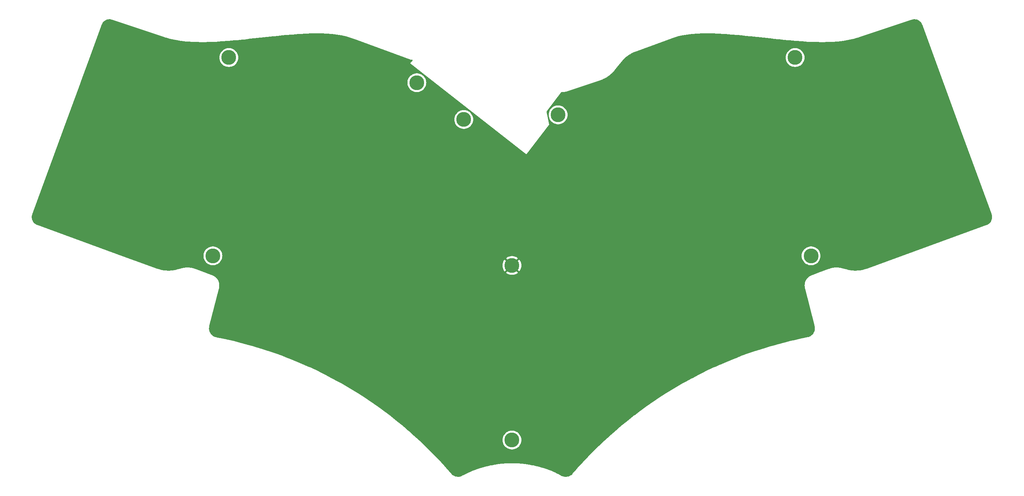
<source format=gtl>
G04 #@! TF.GenerationSoftware,KiCad,Pcbnew,(6.0.0)*
G04 #@! TF.CreationDate,2023-05-15T23:42:03+03:00*
G04 #@! TF.ProjectId,choctopus44-bottom-plate,63686f63-746f-4707-9573-34342d626f74,2.0*
G04 #@! TF.SameCoordinates,Original*
G04 #@! TF.FileFunction,Copper,L1,Top*
G04 #@! TF.FilePolarity,Positive*
%FSLAX46Y46*%
G04 Gerber Fmt 4.6, Leading zero omitted, Abs format (unit mm)*
G04 Created by KiCad (PCBNEW (6.0.0)) date 2023-05-15 23:42:03*
%MOMM*%
%LPD*%
G01*
G04 APERTURE LIST*
G04 #@! TA.AperFunction,ComponentPad*
%ADD10C,3.800000*%
G04 #@! TD*
G04 APERTURE END LIST*
D10*
X148331772Y-98680000D03*
X123921772Y-51750000D03*
X160171772Y-60000000D03*
X220971772Y-45300000D03*
X225071772Y-96200000D03*
X135971772Y-61200000D03*
X75691772Y-45300000D03*
X148331772Y-143500000D03*
X71591772Y-96200000D03*
G04 #@! TA.AperFunction,Conductor*
G36*
X45076927Y-35466628D02*
G01*
X45243628Y-35470362D01*
X45260044Y-35471808D01*
X45418515Y-35496293D01*
X45517442Y-35511578D01*
X45533525Y-35515153D01*
X45751319Y-35578768D01*
X45772597Y-35587619D01*
X45775939Y-35588884D01*
X45783795Y-35593218D01*
X45792551Y-35595173D01*
X45792555Y-35595174D01*
X45810840Y-35599255D01*
X45823201Y-35602014D01*
X45835726Y-35605498D01*
X59479848Y-40171464D01*
X59491657Y-40176090D01*
X59498466Y-40179161D01*
X59520222Y-40185166D01*
X59526680Y-40187136D01*
X59540903Y-40191896D01*
X59540911Y-40191898D01*
X59545151Y-40193317D01*
X59553277Y-40194802D01*
X59564145Y-40197289D01*
X60710529Y-40513693D01*
X60721800Y-40517383D01*
X60726232Y-40519069D01*
X60726235Y-40519070D01*
X60730781Y-40520799D01*
X60735535Y-40521807D01*
X60735548Y-40521811D01*
X60750773Y-40525039D01*
X60758160Y-40526840D01*
X60763107Y-40528205D01*
X60774889Y-40531457D01*
X60785249Y-40532781D01*
X60795396Y-40534502D01*
X61523990Y-40689011D01*
X62000284Y-40790016D01*
X62012674Y-40793310D01*
X62019474Y-40795494D01*
X62033566Y-40797715D01*
X62042071Y-40799056D01*
X62048593Y-40800260D01*
X62063586Y-40803440D01*
X62063590Y-40803441D01*
X62067968Y-40804369D01*
X62075882Y-40804898D01*
X62087095Y-40806154D01*
X63342398Y-41004033D01*
X63355784Y-41006896D01*
X63360537Y-41008186D01*
X63365373Y-41008723D01*
X63365378Y-41008724D01*
X63379323Y-41010272D01*
X63385437Y-41010951D01*
X63391149Y-41011718D01*
X63408437Y-41014444D01*
X63408448Y-41014445D01*
X63412876Y-41015143D01*
X63418593Y-41015223D01*
X63430722Y-41015980D01*
X64732889Y-41160601D01*
X64740474Y-41161887D01*
X64740476Y-41161875D01*
X64745282Y-41162592D01*
X64750030Y-41163681D01*
X64776974Y-41165596D01*
X64781941Y-41166048D01*
X64805702Y-41168687D01*
X64810184Y-41168545D01*
X64812076Y-41168620D01*
X64822358Y-41168822D01*
X65591471Y-41223486D01*
X66167807Y-41264449D01*
X66174398Y-41265317D01*
X66174413Y-41265184D01*
X66179252Y-41265738D01*
X66184028Y-41266662D01*
X66188884Y-41266840D01*
X66188891Y-41266841D01*
X66212710Y-41267715D01*
X66217017Y-41267947D01*
X66232252Y-41269029D01*
X66242577Y-41269763D01*
X66247051Y-41269444D01*
X66251527Y-41269443D01*
X66251527Y-41269498D01*
X66258191Y-41269384D01*
X67643687Y-41320222D01*
X67649691Y-41320586D01*
X67653800Y-41320934D01*
X67658603Y-41321717D01*
X67663464Y-41321752D01*
X67663467Y-41321752D01*
X67688827Y-41321933D01*
X67692548Y-41322015D01*
X67715155Y-41322845D01*
X67715161Y-41322845D01*
X67719635Y-41323009D01*
X67724089Y-41322537D01*
X67728578Y-41322382D01*
X67728583Y-41322539D01*
X67734311Y-41322258D01*
X68396305Y-41326991D01*
X69157650Y-41332434D01*
X69164182Y-41332651D01*
X69164978Y-41332698D01*
X69169804Y-41333360D01*
X69201345Y-41332787D01*
X69204489Y-41332769D01*
X69232990Y-41332973D01*
X69237419Y-41332371D01*
X69239749Y-41332222D01*
X69245511Y-41331985D01*
X70703690Y-41305492D01*
X70709318Y-41305547D01*
X70713650Y-41306046D01*
X70718506Y-41305853D01*
X70718508Y-41305853D01*
X70746381Y-41304745D01*
X70749097Y-41304667D01*
X70759927Y-41304470D01*
X70778721Y-41304129D01*
X70783006Y-41303436D01*
X70788842Y-41303058D01*
X71475059Y-41275785D01*
X72278037Y-41243872D01*
X72282435Y-41243828D01*
X72286133Y-41244186D01*
X72319911Y-41242229D01*
X72322113Y-41242121D01*
X72336438Y-41241551D01*
X72348400Y-41241076D01*
X72348404Y-41241076D01*
X72352871Y-41240898D01*
X72356509Y-41240229D01*
X72361067Y-41239843D01*
X73067567Y-41198894D01*
X73876652Y-41152000D01*
X73880112Y-41151907D01*
X73883215Y-41152160D01*
X73918004Y-41149616D01*
X73919776Y-41149499D01*
X73951449Y-41147664D01*
X73954480Y-41147049D01*
X73958022Y-41146690D01*
X75495615Y-41034256D01*
X75498290Y-41034147D01*
X75500832Y-41034323D01*
X75505675Y-41033909D01*
X75505683Y-41033909D01*
X75536415Y-41031282D01*
X75537953Y-41031160D01*
X75565959Y-41029112D01*
X75565961Y-41029112D01*
X75570428Y-41028785D01*
X75572909Y-41028243D01*
X75575611Y-41027932D01*
X77130890Y-40894994D01*
X77132887Y-40894891D01*
X77134892Y-40895010D01*
X77139723Y-40894550D01*
X77139729Y-40894550D01*
X77171231Y-40891551D01*
X77172439Y-40891442D01*
X77201277Y-40888977D01*
X77201280Y-40888976D01*
X77205755Y-40888594D01*
X77207719Y-40888139D01*
X77209725Y-40887886D01*
X77596902Y-40851026D01*
X78778364Y-40738551D01*
X78779782Y-40738466D01*
X78781283Y-40738545D01*
X78795946Y-40737043D01*
X78818354Y-40734748D01*
X78819250Y-40734659D01*
X78831214Y-40733520D01*
X78853343Y-40731413D01*
X78854801Y-40731060D01*
X78856233Y-40730867D01*
X79550595Y-40659737D01*
X80433962Y-40569245D01*
X80434855Y-40569186D01*
X80435869Y-40569235D01*
X80438642Y-40568937D01*
X80438649Y-40568937D01*
X80453969Y-40567293D01*
X80473866Y-40565158D01*
X80474269Y-40565116D01*
X80494846Y-40563008D01*
X80506322Y-40561833D01*
X80506324Y-40561833D01*
X80509084Y-40561550D01*
X80510066Y-40561305D01*
X80510971Y-40561177D01*
X82093512Y-40391391D01*
X82093967Y-40391359D01*
X82094495Y-40391383D01*
X82108040Y-40389896D01*
X82133114Y-40387143D01*
X82133422Y-40387109D01*
X82138554Y-40386558D01*
X82168848Y-40383308D01*
X82169355Y-40383179D01*
X82169807Y-40383114D01*
X83752905Y-40209282D01*
X83752941Y-40209279D01*
X83752985Y-40209281D01*
X83753118Y-40209266D01*
X83753123Y-40209266D01*
X83792864Y-40204894D01*
X83792889Y-40204891D01*
X83828352Y-40200997D01*
X83828354Y-40200997D01*
X83828479Y-40200983D01*
X83828520Y-40200973D01*
X83828558Y-40200967D01*
X85446583Y-40022960D01*
X85446844Y-40022931D01*
X85489057Y-40018376D01*
X87093291Y-39845270D01*
X87093415Y-39845257D01*
X88333530Y-39716993D01*
X88726278Y-39676372D01*
X88727138Y-39676286D01*
X90342477Y-39520402D01*
X90343660Y-39520293D01*
X91937576Y-39381628D01*
X91939105Y-39381504D01*
X91998874Y-39377037D01*
X93507124Y-39264314D01*
X93508953Y-39264192D01*
X94353641Y-39213933D01*
X95046625Y-39172701D01*
X95048949Y-39172585D01*
X95830568Y-39140548D01*
X96551816Y-39110986D01*
X96554553Y-39110904D01*
X98018356Y-39083340D01*
X98021623Y-39083321D01*
X98598878Y-39087621D01*
X99441741Y-39093900D01*
X99445642Y-39093990D01*
X100817444Y-39146726D01*
X100822018Y-39146985D01*
X102140997Y-39245808D01*
X102146332Y-39246322D01*
X103407777Y-39395005D01*
X103413971Y-39395892D01*
X104613201Y-39598032D01*
X104620345Y-39599450D01*
X105752776Y-39858415D01*
X105760918Y-39860567D01*
X106301324Y-40022960D01*
X106827709Y-40181140D01*
X106834736Y-40183478D01*
X108762487Y-40888685D01*
X122115860Y-45773596D01*
X122124669Y-45777202D01*
X122138841Y-45783641D01*
X122152924Y-45787569D01*
X122162356Y-45790605D01*
X122168964Y-45793023D01*
X122168974Y-45793026D01*
X122173173Y-45794562D01*
X122177549Y-45795488D01*
X122177557Y-45795490D01*
X122189217Y-45797956D01*
X122196978Y-45799857D01*
X122234930Y-45810441D01*
X122246154Y-45814148D01*
X122255210Y-45817618D01*
X122259964Y-45818638D01*
X122259970Y-45818640D01*
X122275120Y-45821891D01*
X122282534Y-45823719D01*
X122299166Y-45828358D01*
X122309592Y-45829718D01*
X122319713Y-45831462D01*
X122349405Y-45837835D01*
X122360337Y-45840701D01*
X122370823Y-45843960D01*
X122389742Y-45846759D01*
X122397695Y-45848199D01*
X122413387Y-45851567D01*
X122425144Y-45852381D01*
X122434868Y-45853435D01*
X122463112Y-45857614D01*
X122473741Y-45859658D01*
X122485632Y-45862480D01*
X122490483Y-45862862D01*
X122490497Y-45862864D01*
X122503506Y-45863888D01*
X122512056Y-45864856D01*
X122522249Y-45866364D01*
X122522258Y-45866365D01*
X122526687Y-45867020D01*
X122531158Y-45867041D01*
X122531161Y-45867041D01*
X122534263Y-45867055D01*
X122539710Y-45867080D01*
X122548989Y-45867467D01*
X122574729Y-45869493D01*
X122575943Y-45869589D01*
X122586276Y-45870834D01*
X122599421Y-45872972D01*
X122616254Y-45873086D01*
X122625271Y-45873471D01*
X122638957Y-45874549D01*
X122653055Y-45873650D01*
X122661919Y-45873397D01*
X122675639Y-45873491D01*
X122687625Y-45873573D01*
X122697651Y-45874042D01*
X122711841Y-45875274D01*
X122716144Y-45874982D01*
X122783929Y-45895582D01*
X122829913Y-45949674D01*
X122839353Y-46020041D01*
X122810750Y-46082610D01*
X122200000Y-46800000D01*
X126650047Y-50294332D01*
X151985751Y-70188812D01*
X151985753Y-70188813D01*
X152000000Y-70200000D01*
X152008639Y-70188812D01*
X157905528Y-62552097D01*
X157905529Y-62552095D01*
X157916598Y-62537760D01*
X157889986Y-62408500D01*
X157394118Y-60000000D01*
X157758510Y-60000000D01*
X157777539Y-60302462D01*
X157834327Y-60600154D01*
X157927978Y-60888381D01*
X157929665Y-60891967D01*
X157929667Y-60891971D01*
X157982636Y-61004536D01*
X158057014Y-61162598D01*
X158219402Y-61418480D01*
X158412580Y-61651992D01*
X158633501Y-61859450D01*
X158878682Y-62037584D01*
X158882151Y-62039491D01*
X158882154Y-62039493D01*
X158977611Y-62091971D01*
X159144255Y-62183585D01*
X159147924Y-62185038D01*
X159147929Y-62185040D01*
X159422363Y-62293696D01*
X159426033Y-62295149D01*
X159719572Y-62370516D01*
X160020242Y-62408500D01*
X160323302Y-62408500D01*
X160623972Y-62370516D01*
X160917511Y-62295149D01*
X160921181Y-62293696D01*
X161195615Y-62185040D01*
X161195620Y-62185038D01*
X161199289Y-62183585D01*
X161365933Y-62091971D01*
X161461390Y-62039493D01*
X161461393Y-62039491D01*
X161464862Y-62037584D01*
X161710043Y-61859450D01*
X161930964Y-61651992D01*
X162124142Y-61418480D01*
X162286530Y-61162598D01*
X162360908Y-61004536D01*
X162413877Y-60891971D01*
X162413879Y-60891967D01*
X162415566Y-60888381D01*
X162509217Y-60600154D01*
X162566005Y-60302462D01*
X162585034Y-60000000D01*
X162566005Y-59697538D01*
X162509217Y-59399846D01*
X162415566Y-59111619D01*
X162286530Y-58837402D01*
X162124142Y-58581520D01*
X161930964Y-58348008D01*
X161710043Y-58140550D01*
X161464862Y-57962416D01*
X161199289Y-57816415D01*
X161195620Y-57814962D01*
X161195615Y-57814960D01*
X160921181Y-57706304D01*
X160921180Y-57706304D01*
X160917511Y-57704851D01*
X160623972Y-57629484D01*
X160323302Y-57591500D01*
X160020242Y-57591500D01*
X159719572Y-57629484D01*
X159426033Y-57704851D01*
X159422364Y-57706304D01*
X159422363Y-57706304D01*
X159147929Y-57814960D01*
X159147924Y-57814962D01*
X159144255Y-57816415D01*
X158878682Y-57962416D01*
X158633501Y-58140550D01*
X158412580Y-58348008D01*
X158219402Y-58581520D01*
X158057014Y-58837402D01*
X157927978Y-59111619D01*
X157834327Y-59399846D01*
X157777539Y-59697538D01*
X157758510Y-60000000D01*
X157394118Y-60000000D01*
X157228102Y-59193635D01*
X157233957Y-59122880D01*
X157250997Y-59092251D01*
X160972553Y-54168613D01*
X161029586Y-54126330D01*
X161091762Y-54119983D01*
X161113094Y-54123183D01*
X161118341Y-54124084D01*
X161136586Y-54127615D01*
X161136596Y-54127616D01*
X161140992Y-54128467D01*
X161145472Y-54128686D01*
X161149915Y-54129222D01*
X161149881Y-54129502D01*
X161158371Y-54130503D01*
X161160938Y-54130986D01*
X161165640Y-54132254D01*
X161170477Y-54132783D01*
X161170479Y-54132783D01*
X161192341Y-54135172D01*
X161197340Y-54135820D01*
X161216443Y-54138685D01*
X161216445Y-54138685D01*
X161220878Y-54139350D01*
X161225362Y-54139380D01*
X161228161Y-54139598D01*
X161236984Y-54140599D01*
X161237501Y-54140676D01*
X161242244Y-54141764D01*
X161247093Y-54142109D01*
X161247099Y-54142110D01*
X161262675Y-54143218D01*
X161269771Y-54143723D01*
X161274477Y-54144147D01*
X161298855Y-54146810D01*
X161303325Y-54146661D01*
X161303971Y-54146685D01*
X161312504Y-54147326D01*
X161316875Y-54148166D01*
X161321741Y-54148338D01*
X161321743Y-54148338D01*
X161338153Y-54148917D01*
X161345116Y-54149163D01*
X161349609Y-54149403D01*
X161352574Y-54149614D01*
X161370219Y-54150870D01*
X161370224Y-54150870D01*
X161374692Y-54151188D01*
X161378642Y-54150906D01*
X161385573Y-54151179D01*
X161389331Y-54151771D01*
X161394196Y-54151779D01*
X161418236Y-54151819D01*
X161422471Y-54151897D01*
X161438972Y-54152479D01*
X161448259Y-54152807D01*
X161451403Y-54152470D01*
X161456349Y-54152498D01*
X161459441Y-54152884D01*
X161464301Y-54152738D01*
X161464304Y-54152738D01*
X161476972Y-54152357D01*
X161488941Y-54151997D01*
X161492906Y-54151940D01*
X161503643Y-54151958D01*
X161514900Y-54151976D01*
X161514903Y-54151976D01*
X161519371Y-54151983D01*
X161521668Y-54151658D01*
X161524692Y-54151579D01*
X161527091Y-54151806D01*
X161531935Y-54151515D01*
X161531938Y-54151515D01*
X161540161Y-54151021D01*
X161557156Y-54149999D01*
X161560872Y-54149832D01*
X161572400Y-54149485D01*
X161583394Y-54149155D01*
X161583399Y-54149155D01*
X161587872Y-54149020D01*
X161589555Y-54148727D01*
X161593965Y-54148450D01*
X161598715Y-54148704D01*
X161603552Y-54148213D01*
X161603554Y-54148213D01*
X161606697Y-54147894D01*
X161625159Y-54146020D01*
X161630275Y-54145607D01*
X161653660Y-54144202D01*
X161658056Y-54143301D01*
X161658683Y-54143218D01*
X161670372Y-54141430D01*
X161700067Y-54138415D01*
X161713192Y-54137773D01*
X161719494Y-54137794D01*
X161724313Y-54137060D01*
X161724320Y-54137059D01*
X161742921Y-54134224D01*
X161749182Y-54133429D01*
X161751615Y-54133183D01*
X161765213Y-54131803D01*
X161765220Y-54131802D01*
X161769681Y-54131349D01*
X161776587Y-54129634D01*
X161787971Y-54127358D01*
X161809830Y-54124027D01*
X161822449Y-54122809D01*
X161823282Y-54122710D01*
X161828146Y-54122509D01*
X161832930Y-54121560D01*
X161832933Y-54121560D01*
X161853137Y-54117554D01*
X161858665Y-54116585D01*
X161876317Y-54113895D01*
X161876319Y-54113895D01*
X161880752Y-54113219D01*
X161885047Y-54111921D01*
X161885849Y-54111679D01*
X161897775Y-54108702D01*
X161900107Y-54108239D01*
X161906274Y-54107017D01*
X161913903Y-54105955D01*
X161913901Y-54105943D01*
X161918706Y-54105176D01*
X161923562Y-54104782D01*
X161949791Y-54098489D01*
X161954671Y-54097421D01*
X161973721Y-54093643D01*
X161973728Y-54093641D01*
X161978126Y-54092769D01*
X161982359Y-54091281D01*
X161986677Y-54090100D01*
X161986742Y-54090336D01*
X161996738Y-54087615D01*
X161999743Y-54087026D01*
X162004577Y-54086460D01*
X162009263Y-54085158D01*
X162009270Y-54085157D01*
X162031866Y-54078880D01*
X162036198Y-54077759D01*
X162056386Y-54072916D01*
X162056388Y-54072915D01*
X162060737Y-54071872D01*
X162063627Y-54070725D01*
X162069712Y-54069036D01*
X162069896Y-54068992D01*
X162074700Y-54068228D01*
X162099919Y-54060090D01*
X162104892Y-54058597D01*
X162110754Y-54056969D01*
X162127454Y-54052330D01*
X162131553Y-54050533D01*
X162133505Y-54049838D01*
X162141338Y-54047350D01*
X162145894Y-54046447D01*
X162150467Y-54044777D01*
X162150471Y-54044776D01*
X162171751Y-54037005D01*
X162176277Y-54035449D01*
X162195284Y-54029316D01*
X162195295Y-54029312D01*
X162199545Y-54027940D01*
X162201065Y-54027198D01*
X162203010Y-54026486D01*
X170794282Y-51194504D01*
X170797494Y-51193555D01*
X170800472Y-51193018D01*
X170805072Y-51191426D01*
X170805085Y-51191423D01*
X170833481Y-51181598D01*
X170835233Y-51181006D01*
X170861198Y-51172447D01*
X170861208Y-51172443D01*
X170865452Y-51171044D01*
X170868150Y-51169705D01*
X170871359Y-51168492D01*
X171205974Y-51052718D01*
X171218413Y-51049118D01*
X171219492Y-51048865D01*
X171220317Y-51048672D01*
X171220319Y-51048671D01*
X171225056Y-51047561D01*
X171229566Y-51045735D01*
X171229578Y-51045731D01*
X171246574Y-51038849D01*
X171252665Y-51036564D01*
X171267407Y-51031463D01*
X171271656Y-51029993D01*
X171275645Y-51027940D01*
X171275656Y-51027935D01*
X171278428Y-51026508D01*
X171288801Y-51021750D01*
X171605580Y-50893484D01*
X171617661Y-50889292D01*
X171619936Y-50888630D01*
X171619937Y-50888630D01*
X171624602Y-50887272D01*
X171628996Y-50885216D01*
X171629007Y-50885212D01*
X171645253Y-50877610D01*
X171651363Y-50874946D01*
X171665476Y-50869232D01*
X171665485Y-50869227D01*
X171669628Y-50867550D01*
X171673494Y-50865301D01*
X171673497Y-50865299D01*
X171676575Y-50863508D01*
X171686541Y-50858291D01*
X171687101Y-50858029D01*
X171981639Y-50720217D01*
X171993409Y-50715419D01*
X171995817Y-50714576D01*
X172000409Y-50712969D01*
X172004695Y-50710677D01*
X172004699Y-50710675D01*
X172020360Y-50702299D01*
X172026363Y-50699292D01*
X172044056Y-50691013D01*
X172050930Y-50686511D01*
X172060538Y-50680810D01*
X172335424Y-50533793D01*
X172346945Y-50528361D01*
X172353743Y-50525568D01*
X172357902Y-50523050D01*
X172357912Y-50523045D01*
X172373147Y-50513821D01*
X172378965Y-50510506D01*
X172396252Y-50501261D01*
X172402826Y-50496434D01*
X172412133Y-50490218D01*
X172668217Y-50335181D01*
X172679552Y-50329087D01*
X172681492Y-50328169D01*
X172681503Y-50328163D01*
X172685894Y-50326084D01*
X172689913Y-50323354D01*
X172689924Y-50323348D01*
X172704931Y-50313155D01*
X172710469Y-50309601D01*
X172723680Y-50301603D01*
X172723685Y-50301599D01*
X172727513Y-50299282D01*
X172733553Y-50294332D01*
X172742632Y-50287549D01*
X172981325Y-50125433D01*
X172992539Y-50118641D01*
X172998183Y-50115613D01*
X173017079Y-50101340D01*
X173022208Y-50097666D01*
X173035458Y-50088667D01*
X173035460Y-50088666D01*
X173039171Y-50086145D01*
X173044475Y-50081313D01*
X173053383Y-50073918D01*
X173276121Y-49905673D01*
X173287286Y-49898142D01*
X173287829Y-49897816D01*
X173287833Y-49897813D01*
X173292011Y-49895309D01*
X173295746Y-49892199D01*
X173295755Y-49892192D01*
X173310843Y-49879626D01*
X173315531Y-49875907D01*
X173329027Y-49865713D01*
X173329042Y-49865700D01*
X173332607Y-49863007D01*
X173337044Y-49858536D01*
X173345842Y-49850474D01*
X173554044Y-49677071D01*
X173563851Y-49669780D01*
X173564808Y-49669035D01*
X173568861Y-49666356D01*
X173587828Y-49649088D01*
X173591957Y-49645493D01*
X173609283Y-49631063D01*
X173612289Y-49627732D01*
X173612751Y-49627220D01*
X173621475Y-49618458D01*
X173816624Y-49440800D01*
X173822640Y-49435923D01*
X173822635Y-49435917D01*
X173826353Y-49432778D01*
X173830307Y-49429932D01*
X173833776Y-49426512D01*
X173833781Y-49426507D01*
X173849486Y-49411020D01*
X173853136Y-49407561D01*
X173867438Y-49394541D01*
X173870749Y-49391527D01*
X173873599Y-49388074D01*
X173874746Y-49386870D01*
X173881889Y-49379067D01*
X174065490Y-49198015D01*
X174070627Y-49193519D01*
X174070552Y-49193436D01*
X174074156Y-49190169D01*
X174078004Y-49187187D01*
X174097518Y-49166539D01*
X174100621Y-49163370D01*
X174115451Y-49148746D01*
X174115453Y-49148744D01*
X174118645Y-49145596D01*
X174121360Y-49142025D01*
X174124319Y-49138660D01*
X174124346Y-49138684D01*
X174128775Y-49133465D01*
X174302406Y-48949741D01*
X174306584Y-48945524D01*
X174309916Y-48942315D01*
X174313679Y-48939214D01*
X174333656Y-48916757D01*
X174336151Y-48914035D01*
X174354687Y-48894422D01*
X174357275Y-48890758D01*
X174360115Y-48887289D01*
X174360228Y-48887381D01*
X174363869Y-48882792D01*
X174530592Y-48695370D01*
X174535103Y-48690558D01*
X174535425Y-48690232D01*
X174539100Y-48687047D01*
X174559612Y-48662803D01*
X174561617Y-48660492D01*
X174577679Y-48642436D01*
X174580653Y-48639093D01*
X174583122Y-48635364D01*
X174584282Y-48633856D01*
X174587946Y-48629316D01*
X174749950Y-48437841D01*
X174753143Y-48434281D01*
X174756059Y-48431654D01*
X174777201Y-48405667D01*
X174778710Y-48403849D01*
X174795455Y-48384058D01*
X174798349Y-48380638D01*
X174800427Y-48377324D01*
X174803463Y-48373388D01*
X174962300Y-48178151D01*
X174964293Y-48175854D01*
X174966366Y-48173934D01*
X174988317Y-48146188D01*
X174989260Y-48145012D01*
X175009604Y-48120006D01*
X175011053Y-48117592D01*
X175012910Y-48115102D01*
X175169552Y-47917106D01*
X175170599Y-47915873D01*
X175171818Y-47914725D01*
X175194589Y-47885464D01*
X175195099Y-47884814D01*
X175216245Y-47858085D01*
X175217091Y-47856630D01*
X175218045Y-47855321D01*
X175373550Y-47655496D01*
X175373832Y-47655161D01*
X175374204Y-47654809D01*
X175398040Y-47624027D01*
X175420084Y-47595699D01*
X175420340Y-47595252D01*
X175420596Y-47594896D01*
X175600107Y-47363066D01*
X175802478Y-47103376D01*
X175803078Y-47102613D01*
X176007206Y-46845194D01*
X176008285Y-46843853D01*
X176216000Y-46589134D01*
X176217500Y-46587328D01*
X176430627Y-46335695D01*
X176432553Y-46333474D01*
X176564726Y-46184608D01*
X176652715Y-46085506D01*
X176655058Y-46082940D01*
X176763846Y-45967048D01*
X176883979Y-45839068D01*
X176886751Y-45836209D01*
X177126160Y-45596843D01*
X177129334Y-45593778D01*
X177381110Y-45359196D01*
X177384702Y-45355976D01*
X177449594Y-45300000D01*
X218558510Y-45300000D01*
X218577539Y-45602462D01*
X218634327Y-45900154D01*
X218727978Y-46188381D01*
X218857014Y-46462598D01*
X219019402Y-46718480D01*
X219021921Y-46721525D01*
X219021924Y-46721529D01*
X219060906Y-46768650D01*
X219212580Y-46951992D01*
X219433501Y-47159450D01*
X219678682Y-47337584D01*
X219944255Y-47483585D01*
X219947924Y-47485038D01*
X219947929Y-47485040D01*
X220222363Y-47593696D01*
X220226033Y-47595149D01*
X220519572Y-47670516D01*
X220820242Y-47708500D01*
X221123302Y-47708500D01*
X221423972Y-47670516D01*
X221717511Y-47595149D01*
X221721181Y-47593696D01*
X221995615Y-47485040D01*
X221995620Y-47485038D01*
X221999289Y-47483585D01*
X222264862Y-47337584D01*
X222510043Y-47159450D01*
X222730964Y-46951992D01*
X222882638Y-46768650D01*
X222921620Y-46721529D01*
X222921623Y-46721525D01*
X222924142Y-46718480D01*
X223086530Y-46462598D01*
X223215566Y-46188381D01*
X223309217Y-45900154D01*
X223366005Y-45602462D01*
X223385034Y-45300000D01*
X223366005Y-44997538D01*
X223309217Y-44699846D01*
X223215566Y-44411619D01*
X223182855Y-44342103D01*
X223141565Y-44254358D01*
X223086530Y-44137402D01*
X223065140Y-44103696D01*
X222926264Y-43884864D01*
X222924142Y-43881520D01*
X222913533Y-43868695D01*
X222865702Y-43810879D01*
X222730964Y-43648008D01*
X222510043Y-43440550D01*
X222264862Y-43262416D01*
X222034616Y-43135836D01*
X222002758Y-43118322D01*
X222002757Y-43118321D01*
X221999289Y-43116415D01*
X221995620Y-43114962D01*
X221995615Y-43114960D01*
X221721181Y-43006304D01*
X221721180Y-43006304D01*
X221717511Y-43004851D01*
X221423972Y-42929484D01*
X221123302Y-42891500D01*
X220820242Y-42891500D01*
X220519572Y-42929484D01*
X220226033Y-43004851D01*
X220222364Y-43006304D01*
X220222363Y-43006304D01*
X219947929Y-43114960D01*
X219947924Y-43114962D01*
X219944255Y-43116415D01*
X219940787Y-43118321D01*
X219940786Y-43118322D01*
X219908929Y-43135836D01*
X219678682Y-43262416D01*
X219433501Y-43440550D01*
X219212580Y-43648008D01*
X219077842Y-43810879D01*
X219030012Y-43868695D01*
X219019402Y-43881520D01*
X219017280Y-43884864D01*
X218878405Y-44103696D01*
X218857014Y-44137402D01*
X218801979Y-44254358D01*
X218760690Y-44342103D01*
X218727978Y-44411619D01*
X218634327Y-44699846D01*
X218577539Y-44997538D01*
X218558510Y-45300000D01*
X177449594Y-45300000D01*
X177650581Y-45126627D01*
X177654540Y-45123350D01*
X177936495Y-44899519D01*
X177940778Y-44896266D01*
X178240717Y-44678362D01*
X178245274Y-44675202D01*
X178565218Y-44463623D01*
X178569986Y-44460621D01*
X178740809Y-44358329D01*
X178912025Y-44255802D01*
X178916905Y-44253026D01*
X179124616Y-44140988D01*
X179283030Y-44055541D01*
X179288027Y-44052988D01*
X179663613Y-43871499D01*
X179675467Y-43866500D01*
X186658964Y-41333271D01*
X189828324Y-40183602D01*
X189835003Y-40181389D01*
X190902626Y-39860567D01*
X190910768Y-39858415D01*
X192043200Y-39599450D01*
X192050345Y-39598032D01*
X193249584Y-39395891D01*
X193255778Y-39395004D01*
X194517227Y-39246320D01*
X194522562Y-39245806D01*
X195841538Y-39146984D01*
X195846112Y-39146725D01*
X197217900Y-39093990D01*
X197221801Y-39093900D01*
X198055957Y-39087686D01*
X198641903Y-39083322D01*
X198645171Y-39083341D01*
X200109010Y-39110905D01*
X200111747Y-39110987D01*
X200833043Y-39140551D01*
X201614635Y-39172587D01*
X201616959Y-39172703D01*
X202371362Y-39217590D01*
X203154661Y-39264197D01*
X203156490Y-39264319D01*
X204664670Y-39377037D01*
X204724466Y-39381506D01*
X204725995Y-39381630D01*
X206319867Y-39520292D01*
X206321050Y-39520401D01*
X207936395Y-39676285D01*
X207937255Y-39676371D01*
X208330246Y-39717017D01*
X209570219Y-39845266D01*
X209570343Y-39845279D01*
X211174487Y-40018376D01*
X211216514Y-40022911D01*
X211216775Y-40022940D01*
X212241702Y-40135697D01*
X212831909Y-40200629D01*
X212831939Y-40200633D01*
X212831984Y-40200645D01*
X212832115Y-40200659D01*
X212832119Y-40200660D01*
X212872195Y-40205060D01*
X212872224Y-40205063D01*
X212907348Y-40208928D01*
X212907356Y-40208929D01*
X212907478Y-40208942D01*
X212907519Y-40208940D01*
X212907555Y-40208943D01*
X213744621Y-40300857D01*
X214490657Y-40382775D01*
X214491103Y-40382841D01*
X214491613Y-40382977D01*
X214493112Y-40383138D01*
X214493120Y-40383139D01*
X214530125Y-40387109D01*
X214530311Y-40387129D01*
X214565967Y-40391044D01*
X214566499Y-40391027D01*
X214566933Y-40391058D01*
X215615864Y-40503595D01*
X216149489Y-40560847D01*
X216150398Y-40560978D01*
X216151375Y-40561234D01*
X216164698Y-40562599D01*
X216189332Y-40565123D01*
X216189927Y-40565186D01*
X216214775Y-40567851D01*
X216224591Y-40568904D01*
X216225602Y-40568868D01*
X216226515Y-40568931D01*
X216697286Y-40617157D01*
X217804253Y-40730554D01*
X217805656Y-40730748D01*
X217807114Y-40731119D01*
X217811073Y-40731496D01*
X217811081Y-40731497D01*
X217844274Y-40734657D01*
X217845170Y-40734746D01*
X217862122Y-40736482D01*
X217879176Y-40738229D01*
X217880679Y-40738169D01*
X217882112Y-40738259D01*
X219450759Y-40887595D01*
X219452740Y-40887851D01*
X219454700Y-40888330D01*
X219459552Y-40888745D01*
X219459554Y-40888745D01*
X219491089Y-40891440D01*
X219492288Y-40891548D01*
X219525565Y-40894716D01*
X219527567Y-40894621D01*
X219529593Y-40894732D01*
X221084898Y-41027672D01*
X221087543Y-41027985D01*
X221090023Y-41028559D01*
X221102223Y-41029451D01*
X221125578Y-41031159D01*
X221127119Y-41031281D01*
X221139576Y-41032346D01*
X221159622Y-41034059D01*
X221162160Y-41033914D01*
X221164880Y-41034033D01*
X222702505Y-41146468D01*
X222705954Y-41146828D01*
X222708999Y-41147485D01*
X222713857Y-41147767D01*
X222713860Y-41147767D01*
X222743758Y-41149500D01*
X222745653Y-41149624D01*
X222772761Y-41151606D01*
X222772763Y-41151606D01*
X222777236Y-41151933D01*
X222780328Y-41151718D01*
X222783864Y-41151824D01*
X224299535Y-41239673D01*
X224303926Y-41240058D01*
X224307574Y-41240775D01*
X224335006Y-41241865D01*
X224341369Y-41242118D01*
X224343657Y-41242230D01*
X224369843Y-41243748D01*
X224369846Y-41243748D01*
X224374315Y-41244007D01*
X224377998Y-41243696D01*
X224382563Y-41243756D01*
X225871829Y-41302944D01*
X225877423Y-41303322D01*
X225881723Y-41304072D01*
X225886589Y-41304160D01*
X225886595Y-41304161D01*
X225914414Y-41304666D01*
X225917128Y-41304744D01*
X225931049Y-41305297D01*
X225946796Y-41305923D01*
X225951119Y-41305479D01*
X225956983Y-41305440D01*
X226855858Y-41321771D01*
X227415301Y-41331935D01*
X227421834Y-41332224D01*
X227422637Y-41332280D01*
X227427453Y-41332995D01*
X227459036Y-41332769D01*
X227462180Y-41332787D01*
X227473431Y-41332991D01*
X227486163Y-41333223D01*
X227486168Y-41333223D01*
X227490640Y-41333304D01*
X227495082Y-41332750D01*
X227497382Y-41332628D01*
X227503149Y-41332454D01*
X228575460Y-41324787D01*
X228925838Y-41322282D01*
X228931849Y-41322383D01*
X228935970Y-41322550D01*
X228940809Y-41323123D01*
X228963836Y-41322278D01*
X228971009Y-41322015D01*
X228974727Y-41321933D01*
X228995703Y-41321783D01*
X229001840Y-41321739D01*
X229006271Y-41321072D01*
X229010736Y-41320722D01*
X229010749Y-41320882D01*
X229016451Y-41320348D01*
X230260537Y-41274698D01*
X230401505Y-41269525D01*
X230408158Y-41269681D01*
X230408159Y-41269546D01*
X230413015Y-41269576D01*
X230417875Y-41269983D01*
X230446561Y-41267944D01*
X230450822Y-41267715D01*
X230476417Y-41266776D01*
X230480819Y-41265980D01*
X230485286Y-41265497D01*
X230485292Y-41265552D01*
X230491891Y-41264723D01*
X231837349Y-41169095D01*
X231845035Y-41168991D01*
X231845035Y-41168978D01*
X231849893Y-41168816D01*
X231854761Y-41169029D01*
X231881593Y-41166049D01*
X231886559Y-41165597D01*
X231886573Y-41165596D01*
X231910422Y-41163901D01*
X231914809Y-41162951D01*
X231916676Y-41162684D01*
X231926847Y-41161023D01*
X232606730Y-41085515D01*
X233229010Y-41016404D01*
X233242681Y-41015634D01*
X233247604Y-41015625D01*
X233272368Y-41011721D01*
X233278082Y-41010954D01*
X233281155Y-41010613D01*
X233299926Y-41008528D01*
X233305468Y-41007096D01*
X233317357Y-41004630D01*
X233809483Y-40927054D01*
X234572667Y-40806750D01*
X234585417Y-40805401D01*
X234585471Y-40805398D01*
X234592542Y-40805012D01*
X234614952Y-40800260D01*
X234621456Y-40799059D01*
X234636581Y-40796675D01*
X234636585Y-40796674D01*
X234641007Y-40795977D01*
X234648594Y-40793642D01*
X234659505Y-40790812D01*
X235864419Y-40535293D01*
X235876115Y-40533383D01*
X235880831Y-40532839D01*
X235880833Y-40532839D01*
X235885666Y-40532281D01*
X235905380Y-40526840D01*
X235912741Y-40525046D01*
X235913769Y-40524828D01*
X235929729Y-40521443D01*
X235933944Y-40519899D01*
X235933946Y-40519898D01*
X235939517Y-40517857D01*
X235949343Y-40514706D01*
X236397391Y-40391044D01*
X237095705Y-40198309D01*
X237108088Y-40195554D01*
X237115454Y-40194301D01*
X237136903Y-40187123D01*
X237143294Y-40185174D01*
X237155005Y-40181942D01*
X237157772Y-40181178D01*
X237157774Y-40181177D01*
X237162090Y-40179986D01*
X237169659Y-40176682D01*
X237180070Y-40172677D01*
X237290572Y-40135698D01*
X250820515Y-35607942D01*
X250836064Y-35603821D01*
X250859162Y-35599255D01*
X250859164Y-35599254D01*
X250867967Y-35597514D01*
X250882515Y-35589947D01*
X250905327Y-35580785D01*
X250983167Y-35558048D01*
X251130021Y-35515152D01*
X251146087Y-35511580D01*
X251403514Y-35471807D01*
X251419914Y-35470363D01*
X251606398Y-35466186D01*
X251680302Y-35464530D01*
X251696767Y-35465239D01*
X251955687Y-35493441D01*
X251971919Y-35496293D01*
X252224946Y-35558048D01*
X252240667Y-35562995D01*
X252483469Y-35657248D01*
X252498400Y-35664199D01*
X252713992Y-35782307D01*
X252726825Y-35789337D01*
X252740730Y-35798183D01*
X252950870Y-35952066D01*
X252963495Y-35962646D01*
X253151560Y-36142456D01*
X253151751Y-36142639D01*
X253162892Y-36154783D01*
X253254713Y-36269042D01*
X253326048Y-36357809D01*
X253335500Y-36371290D01*
X253441731Y-36546104D01*
X253470762Y-36593878D01*
X253478381Y-36608492D01*
X253569893Y-36816111D01*
X253576822Y-36838104D01*
X253577997Y-36841453D01*
X253579739Y-36850259D01*
X253594574Y-36878772D01*
X253601115Y-36893610D01*
X263375106Y-63608003D01*
X271384857Y-85500355D01*
X271390135Y-85519208D01*
X271394713Y-85542365D01*
X271402279Y-85556910D01*
X271411442Y-85579725D01*
X271477074Y-85804415D01*
X271480647Y-85820485D01*
X271520420Y-86077912D01*
X271521864Y-86094313D01*
X271527697Y-86354700D01*
X271526988Y-86371165D01*
X271498786Y-86630085D01*
X271495934Y-86646317D01*
X271434179Y-86899344D01*
X271429232Y-86915065D01*
X271343886Y-87134924D01*
X271334981Y-87157863D01*
X271328025Y-87172804D01*
X271202890Y-87401223D01*
X271194044Y-87415128D01*
X271040161Y-87625268D01*
X271029581Y-87637893D01*
X270928844Y-87743255D01*
X270849588Y-87826149D01*
X270837444Y-87837290D01*
X270723185Y-87929111D01*
X270634418Y-88000446D01*
X270620937Y-88009898D01*
X270398349Y-88145160D01*
X270383738Y-88152778D01*
X270176114Y-88244292D01*
X270154129Y-88251218D01*
X270150774Y-88252395D01*
X270141968Y-88254137D01*
X270134004Y-88258280D01*
X270134005Y-88258280D01*
X270113522Y-88268936D01*
X270098639Y-88275495D01*
X239825063Y-99344858D01*
X239822197Y-99345867D01*
X239335484Y-99510638D01*
X239331143Y-99512021D01*
X238873579Y-99648697D01*
X238868942Y-99649986D01*
X238436233Y-99761426D01*
X238431315Y-99762588D01*
X238022099Y-99850648D01*
X238016929Y-99851648D01*
X237629741Y-99918181D01*
X237624374Y-99918984D01*
X237257767Y-99965816D01*
X237252252Y-99966398D01*
X236904544Y-99995337D01*
X236898964Y-99995677D01*
X236568500Y-100008463D01*
X236562952Y-100008555D01*
X236532373Y-100008391D01*
X236247995Y-100006863D01*
X236242613Y-100006718D01*
X236103425Y-99999980D01*
X235941329Y-99992132D01*
X235936158Y-99991775D01*
X235746798Y-99974779D01*
X235646798Y-99965804D01*
X235642006Y-99965280D01*
X235362730Y-99929347D01*
X235358407Y-99928713D01*
X235087514Y-99884194D01*
X235083720Y-99883511D01*
X234921101Y-99851648D01*
X234819412Y-99831723D01*
X234816283Y-99831068D01*
X234556955Y-99773349D01*
X234554529Y-99772784D01*
X234298631Y-99710494D01*
X234296990Y-99710083D01*
X234058764Y-99648696D01*
X234042927Y-99644615D01*
X234042194Y-99644424D01*
X233978701Y-99627617D01*
X233826735Y-99587390D01*
X233826612Y-99587352D01*
X233826479Y-99587294D01*
X233787533Y-99577013D01*
X233753284Y-99567947D01*
X233753143Y-99567930D01*
X233753031Y-99567905D01*
X233717159Y-99558436D01*
X233573541Y-99520523D01*
X233571966Y-99520048D01*
X233570380Y-99519370D01*
X233566028Y-99518259D01*
X233566017Y-99518256D01*
X233534516Y-99510216D01*
X233533519Y-99509957D01*
X233505107Y-99502457D01*
X233505081Y-99502451D01*
X233500807Y-99501323D01*
X233499104Y-99501125D01*
X233497463Y-99500761D01*
X233319293Y-99455291D01*
X233315732Y-99454265D01*
X233312702Y-99453025D01*
X233279135Y-99445026D01*
X233277237Y-99444558D01*
X233246724Y-99436771D01*
X233243469Y-99436420D01*
X233239726Y-99435636D01*
X233173311Y-99419810D01*
X233062822Y-99393482D01*
X233056597Y-99391821D01*
X233052136Y-99390118D01*
X233020749Y-99383420D01*
X233017860Y-99382768D01*
X232989678Y-99376052D01*
X232985208Y-99375641D01*
X232984196Y-99375475D01*
X232978334Y-99374369D01*
X232802638Y-99336876D01*
X232796797Y-99335244D01*
X232796744Y-99335448D01*
X232792043Y-99334216D01*
X232787439Y-99332621D01*
X232782649Y-99331754D01*
X232782648Y-99331754D01*
X232758237Y-99327337D01*
X232754375Y-99326575D01*
X232732780Y-99321967D01*
X232732772Y-99321966D01*
X232728391Y-99321031D01*
X232723919Y-99320726D01*
X232719489Y-99320106D01*
X232719506Y-99319987D01*
X232713485Y-99319239D01*
X232534145Y-99286789D01*
X232526904Y-99285040D01*
X232526895Y-99285079D01*
X232522141Y-99284027D01*
X232517482Y-99282611D01*
X232509972Y-99281548D01*
X232490361Y-99278772D01*
X232485589Y-99278003D01*
X232466069Y-99274471D01*
X232466059Y-99274470D01*
X232461660Y-99273674D01*
X232457188Y-99273509D01*
X232454155Y-99273181D01*
X232445295Y-99272393D01*
X232387549Y-99264220D01*
X232259317Y-99246070D01*
X232246511Y-99243536D01*
X232246001Y-99243447D01*
X232241278Y-99242240D01*
X232216029Y-99239816D01*
X232210479Y-99239157D01*
X232188418Y-99236035D01*
X232183945Y-99236042D01*
X232183940Y-99236042D01*
X232183103Y-99236044D01*
X232182964Y-99236044D01*
X232170719Y-99235467D01*
X232102826Y-99228950D01*
X231977275Y-99216898D01*
X231964335Y-99214974D01*
X231962770Y-99214657D01*
X231962765Y-99214656D01*
X231957993Y-99213691D01*
X231934451Y-99212627D01*
X231928110Y-99212180D01*
X231907739Y-99210224D01*
X231903265Y-99210432D01*
X231903252Y-99210432D01*
X231900483Y-99210561D01*
X231888940Y-99210568D01*
X231785915Y-99205910D01*
X231687255Y-99201449D01*
X231674791Y-99200262D01*
X231666980Y-99199124D01*
X231662120Y-99199171D01*
X231662114Y-99199171D01*
X231644806Y-99199340D01*
X231637889Y-99199217D01*
X231624781Y-99198625D01*
X231618863Y-99198357D01*
X231614398Y-99198792D01*
X231614392Y-99198792D01*
X231610234Y-99199197D01*
X231599252Y-99199785D01*
X231388696Y-99201837D01*
X231376573Y-99201370D01*
X231367718Y-99200601D01*
X231346566Y-99202037D01*
X231339285Y-99202319D01*
X231333018Y-99202380D01*
X231325683Y-99202451D01*
X231325678Y-99202451D01*
X231321207Y-99202495D01*
X231312026Y-99203901D01*
X231311647Y-99203959D01*
X231301107Y-99205122D01*
X231081122Y-99220055D01*
X231069187Y-99220298D01*
X231064646Y-99220175D01*
X231064638Y-99220175D01*
X231059780Y-99220044D01*
X231039282Y-99222671D01*
X231031807Y-99223403D01*
X231029643Y-99223550D01*
X231018769Y-99224287D01*
X231018762Y-99224288D01*
X231014297Y-99224591D01*
X231004314Y-99226719D01*
X230994067Y-99228465D01*
X230888878Y-99241944D01*
X230764103Y-99257933D01*
X230752238Y-99258887D01*
X230751789Y-99258902D01*
X230742738Y-99259200D01*
X230737955Y-99260107D01*
X230722508Y-99263036D01*
X230715048Y-99264220D01*
X230697735Y-99266438D01*
X230693425Y-99267629D01*
X230693417Y-99267631D01*
X230687825Y-99269177D01*
X230677728Y-99271526D01*
X230437128Y-99317144D01*
X230425216Y-99318818D01*
X230416100Y-99319657D01*
X230395819Y-99324755D01*
X230388592Y-99326347D01*
X230385222Y-99326986D01*
X230371092Y-99329665D01*
X230361650Y-99332895D01*
X230351603Y-99335870D01*
X230099682Y-99399196D01*
X230087631Y-99401608D01*
X230079227Y-99402866D01*
X230074574Y-99404321D01*
X230074570Y-99404322D01*
X230058653Y-99409299D01*
X230051766Y-99411240D01*
X230038209Y-99414648D01*
X230038199Y-99414651D01*
X230033852Y-99415744D01*
X230025255Y-99419263D01*
X230015135Y-99422909D01*
X229751228Y-99505436D01*
X229738876Y-99508622D01*
X229736490Y-99509110D01*
X229736478Y-99509113D01*
X229731708Y-99510089D01*
X229710392Y-99518020D01*
X229704073Y-99520182D01*
X229689611Y-99524704D01*
X229689602Y-99524708D01*
X229685338Y-99526041D01*
X229678029Y-99529530D01*
X229667704Y-99533904D01*
X227088788Y-100493501D01*
X225430960Y-101110367D01*
X225429430Y-101110877D01*
X225427787Y-101111227D01*
X225423675Y-101112795D01*
X225423659Y-101112800D01*
X225393201Y-101124412D01*
X225392258Y-101124768D01*
X225360428Y-101136612D01*
X225358954Y-101137414D01*
X225357460Y-101138038D01*
X225325264Y-101150313D01*
X225319382Y-101152148D01*
X225319443Y-101152333D01*
X225314810Y-101153863D01*
X225310093Y-101155025D01*
X225282859Y-101166412D01*
X225279196Y-101167876D01*
X225254501Y-101177291D01*
X225250590Y-101179460D01*
X225246521Y-101181353D01*
X225246476Y-101181256D01*
X225240909Y-101183953D01*
X225209113Y-101197248D01*
X225203056Y-101199357D01*
X225203113Y-101199512D01*
X225198551Y-101201187D01*
X225193859Y-101202509D01*
X225189430Y-101204536D01*
X225189429Y-101204536D01*
X225167430Y-101214602D01*
X225163614Y-101216272D01*
X225143756Y-101224576D01*
X225143751Y-101224578D01*
X225139622Y-101226305D01*
X225135777Y-101228601D01*
X225131776Y-101230619D01*
X225131740Y-101230548D01*
X225126043Y-101233540D01*
X225094571Y-101247941D01*
X225088336Y-101250353D01*
X225088385Y-101250473D01*
X225083873Y-101252309D01*
X225079237Y-101253790D01*
X225053580Y-101266618D01*
X225049727Y-101268461D01*
X225039045Y-101273349D01*
X225030543Y-101277239D01*
X225030538Y-101277242D01*
X225026466Y-101279105D01*
X225022696Y-101281529D01*
X225018760Y-101283681D01*
X225018735Y-101283636D01*
X225012913Y-101286950D01*
X224981786Y-101302513D01*
X224975377Y-101305255D01*
X224975417Y-101305343D01*
X224970985Y-101307334D01*
X224966399Y-101308983D01*
X224941650Y-101322489D01*
X224937641Y-101324584D01*
X224915203Y-101335802D01*
X224911521Y-101338353D01*
X224907660Y-101340640D01*
X224907649Y-101340621D01*
X224901715Y-101344282D01*
X224878532Y-101356932D01*
X224870948Y-101361071D01*
X224864388Y-101364167D01*
X224864416Y-101364223D01*
X224860057Y-101366381D01*
X224855538Y-101368199D01*
X224851355Y-101370689D01*
X224851351Y-101370691D01*
X224831707Y-101382385D01*
X224827659Y-101384694D01*
X224806016Y-101396505D01*
X224802426Y-101399188D01*
X224798986Y-101401396D01*
X224792617Y-101405655D01*
X224762252Y-101423731D01*
X224755544Y-101427216D01*
X224755558Y-101427241D01*
X224751284Y-101429569D01*
X224746841Y-101431560D01*
X224742760Y-101434210D01*
X224723988Y-101446399D01*
X224719843Y-101448977D01*
X224708868Y-101455510D01*
X224702951Y-101459032D01*
X224702948Y-101459034D01*
X224699103Y-101461323D01*
X224695614Y-101464140D01*
X224693545Y-101465580D01*
X224685831Y-101471174D01*
X224655893Y-101490613D01*
X224648750Y-101494694D01*
X224644874Y-101497013D01*
X224640520Y-101499181D01*
X224636553Y-101501991D01*
X224636544Y-101501997D01*
X224618684Y-101514651D01*
X224614484Y-101517501D01*
X224594667Y-101530369D01*
X224591286Y-101533323D01*
X224590390Y-101534000D01*
X224581580Y-101540940D01*
X224552089Y-101561836D01*
X224543517Y-101567214D01*
X224541075Y-101568818D01*
X224536811Y-101571170D01*
X224532965Y-101574145D01*
X224532960Y-101574149D01*
X224516048Y-101587234D01*
X224511785Y-101590391D01*
X224496594Y-101601154D01*
X224496588Y-101601159D01*
X224492931Y-101603750D01*
X224489682Y-101606830D01*
X224489672Y-101606838D01*
X224489631Y-101606877D01*
X224480064Y-101615076D01*
X224451076Y-101637506D01*
X224441357Y-101644199D01*
X224440096Y-101645109D01*
X224435948Y-101647639D01*
X224432241Y-101650775D01*
X224432233Y-101650781D01*
X224416308Y-101664254D01*
X224412035Y-101667712D01*
X224394136Y-101681562D01*
X224390621Y-101685187D01*
X224381548Y-101693665D01*
X224353120Y-101717717D01*
X224342425Y-101725807D01*
X224342240Y-101725954D01*
X224338200Y-101728676D01*
X224334628Y-101731986D01*
X224334625Y-101731989D01*
X224319696Y-101745826D01*
X224315431Y-101749604D01*
X224298530Y-101763903D01*
X224295556Y-101767251D01*
X224294845Y-101768051D01*
X224286310Y-101776769D01*
X224258475Y-101802567D01*
X224248057Y-101811227D01*
X224247755Y-101811452D01*
X224247751Y-101811456D01*
X224243848Y-101814360D01*
X224226489Y-101832027D01*
X224222308Y-101836088D01*
X224206386Y-101850845D01*
X224202580Y-101855541D01*
X224194575Y-101864507D01*
X224167463Y-101892099D01*
X224157586Y-101901136D01*
X224153179Y-101904758D01*
X224149939Y-101908390D01*
X224136994Y-101922899D01*
X224132850Y-101927325D01*
X224121137Y-101939246D01*
X224117988Y-101942451D01*
X224114142Y-101947677D01*
X224106682Y-101956876D01*
X224080350Y-101986391D01*
X224071049Y-101995776D01*
X224066512Y-101999897D01*
X224051485Y-102018517D01*
X224047478Y-102023238D01*
X224036615Y-102035414D01*
X224036610Y-102035421D01*
X224033630Y-102038761D01*
X224029808Y-102044517D01*
X224022901Y-102053938D01*
X223997465Y-102085458D01*
X223988746Y-102095182D01*
X223984162Y-102099790D01*
X223970326Y-102118830D01*
X223966463Y-102123872D01*
X223956438Y-102136295D01*
X223956431Y-102136305D01*
X223953622Y-102139786D01*
X223949892Y-102146055D01*
X223943559Y-102155668D01*
X223919127Y-102189290D01*
X223911005Y-102199337D01*
X223906452Y-102204412D01*
X223893784Y-102223884D01*
X223890107Y-102229229D01*
X223878277Y-102245509D01*
X223874729Y-102252223D01*
X223868947Y-102262056D01*
X223845680Y-102297819D01*
X223838129Y-102308223D01*
X223836759Y-102309921D01*
X223836756Y-102309925D01*
X223833700Y-102313713D01*
X223822184Y-102333621D01*
X223818753Y-102339209D01*
X223807904Y-102355884D01*
X223804636Y-102362927D01*
X223804606Y-102362991D01*
X223799381Y-102373040D01*
X223797465Y-102376353D01*
X223777409Y-102411022D01*
X223770449Y-102421756D01*
X223766213Y-102427615D01*
X223764002Y-102431952D01*
X223763999Y-102431956D01*
X223755843Y-102447950D01*
X223752663Y-102453799D01*
X223742806Y-102470839D01*
X223741134Y-102474999D01*
X223739815Y-102478280D01*
X223735156Y-102488521D01*
X223714622Y-102528791D01*
X223708261Y-102539846D01*
X223706932Y-102541906D01*
X223706928Y-102541913D01*
X223704293Y-102545999D01*
X223702316Y-102550446D01*
X223702311Y-102550455D01*
X223695065Y-102566753D01*
X223692182Y-102572800D01*
X223685306Y-102586284D01*
X223685303Y-102586291D01*
X223683272Y-102590274D01*
X223681826Y-102594504D01*
X223681825Y-102594507D01*
X223680648Y-102597952D01*
X223676552Y-102608393D01*
X223657611Y-102650996D01*
X223651845Y-102662375D01*
X223648208Y-102668733D01*
X223646469Y-102673281D01*
X223646469Y-102673282D01*
X223640096Y-102689952D01*
X223637536Y-102696148D01*
X223629577Y-102714049D01*
X223627440Y-102721593D01*
X223627362Y-102721867D01*
X223623829Y-102732503D01*
X223606627Y-102777500D01*
X223601468Y-102789182D01*
X223598201Y-102795669D01*
X223596706Y-102800301D01*
X223596703Y-102800309D01*
X223591206Y-102817345D01*
X223588994Y-102823628D01*
X223581963Y-102842019D01*
X223580970Y-102846401D01*
X223580185Y-102849863D01*
X223577212Y-102860713D01*
X223561904Y-102908148D01*
X223557345Y-102920146D01*
X223554490Y-102926642D01*
X223553239Y-102931351D01*
X223548601Y-102948806D01*
X223546739Y-102955142D01*
X223540646Y-102974025D01*
X223539888Y-102978442D01*
X223539888Y-102978443D01*
X223539310Y-102981810D01*
X223536901Y-102992851D01*
X223523644Y-103042755D01*
X223519686Y-103055070D01*
X223517251Y-103061494D01*
X223516246Y-103066259D01*
X223512469Y-103084164D01*
X223510958Y-103090509D01*
X223505808Y-103109895D01*
X223505282Y-103114350D01*
X223505281Y-103114357D01*
X223504911Y-103117495D01*
X223503068Y-103128727D01*
X223496859Y-103158166D01*
X223491997Y-103181214D01*
X223488648Y-103193820D01*
X223486637Y-103200065D01*
X223482962Y-103223267D01*
X223481810Y-103229508D01*
X223477599Y-103249470D01*
X223477305Y-103253941D01*
X223477305Y-103253942D01*
X223477117Y-103256802D01*
X223475837Y-103268247D01*
X223467198Y-103322787D01*
X223467113Y-103323326D01*
X223464368Y-103336238D01*
X223462766Y-103342214D01*
X223462244Y-103347055D01*
X223462243Y-103347060D01*
X223460208Y-103365923D01*
X223459386Y-103372108D01*
X223456141Y-103392593D01*
X223456038Y-103399559D01*
X223455326Y-103411199D01*
X223454914Y-103415020D01*
X223449092Y-103468993D01*
X223446958Y-103482175D01*
X223446769Y-103483049D01*
X223446768Y-103483059D01*
X223445736Y-103487816D01*
X223445449Y-103492671D01*
X223444302Y-103512042D01*
X223443798Y-103518087D01*
X223441528Y-103539129D01*
X223441684Y-103543613D01*
X223441684Y-103543620D01*
X223441755Y-103545662D01*
X223441612Y-103557500D01*
X223438025Y-103618095D01*
X223436499Y-103631549D01*
X223435622Y-103636760D01*
X223435562Y-103641633D01*
X223435562Y-103641634D01*
X223435318Y-103661471D01*
X223435108Y-103667361D01*
X223435108Y-103667366D01*
X223433830Y-103688969D01*
X223434202Y-103693435D01*
X223434202Y-103693438D01*
X223434334Y-103695021D01*
X223434759Y-103707017D01*
X223433980Y-103770515D01*
X223433083Y-103783911D01*
X223433073Y-103784146D01*
X223432483Y-103788976D01*
X223433315Y-103814181D01*
X223433374Y-103819871D01*
X223433103Y-103842012D01*
X223433684Y-103846452D01*
X223433684Y-103846460D01*
X223433824Y-103847528D01*
X223434818Y-103859706D01*
X223437013Y-103926217D01*
X223436750Y-103937986D01*
X223436749Y-103939553D01*
X223436370Y-103944408D01*
X223436742Y-103949255D01*
X223436742Y-103949260D01*
X223438342Y-103970106D01*
X223438642Y-103975587D01*
X223439389Y-103998203D01*
X223440170Y-104002615D01*
X223440265Y-104003150D01*
X223441825Y-104015474D01*
X223447174Y-104085151D01*
X223447375Y-104095005D01*
X223447505Y-104098152D01*
X223447330Y-104103022D01*
X223447907Y-104107866D01*
X223450439Y-104129137D01*
X223450953Y-104134386D01*
X223452728Y-104157504D01*
X223453701Y-104161878D01*
X223455823Y-104174336D01*
X223456278Y-104178157D01*
X223464513Y-104247315D01*
X223464991Y-104255098D01*
X223464992Y-104255098D01*
X223465388Y-104259953D01*
X223465409Y-104264815D01*
X223466177Y-104269613D01*
X223466177Y-104269614D01*
X223469649Y-104291306D01*
X223470348Y-104296319D01*
X223473156Y-104319899D01*
X223474312Y-104324232D01*
X223474587Y-104325662D01*
X223476844Y-104336258D01*
X223489077Y-104412694D01*
X223489825Y-104420109D01*
X223489864Y-104420104D01*
X223490446Y-104424933D01*
X223490654Y-104429799D01*
X223491608Y-104434573D01*
X223491608Y-104434576D01*
X223496020Y-104456662D01*
X223496877Y-104461430D01*
X223499175Y-104475789D01*
X223500714Y-104485402D01*
X223502045Y-104489690D01*
X223502723Y-104492588D01*
X223504933Y-104501282D01*
X223521873Y-104586084D01*
X223523746Y-104598815D01*
X223524412Y-104605804D01*
X223530092Y-104628103D01*
X223531546Y-104634507D01*
X223535448Y-104654039D01*
X223536936Y-104658255D01*
X223536940Y-104658268D01*
X223538051Y-104661414D01*
X223541338Y-104672253D01*
X225911793Y-113977948D01*
X225963643Y-114181497D01*
X225966791Y-114198871D01*
X225969897Y-114227210D01*
X225976442Y-114242969D01*
X225983518Y-114266026D01*
X225989307Y-114294311D01*
X226032579Y-114505766D01*
X226034750Y-114521163D01*
X226043137Y-114628019D01*
X226056012Y-114792077D01*
X226056269Y-114807624D01*
X226047898Y-114992640D01*
X226043986Y-115079086D01*
X226042325Y-115094552D01*
X225996687Y-115362427D01*
X225993133Y-115377571D01*
X225914834Y-115637785D01*
X225909441Y-115652375D01*
X225799676Y-115900956D01*
X225792533Y-115914758D01*
X225652962Y-116147940D01*
X225644169Y-116160760D01*
X225476945Y-116374944D01*
X225466634Y-116386591D01*
X225274290Y-116578541D01*
X225262622Y-116588829D01*
X225048086Y-116755618D01*
X225035239Y-116764389D01*
X224801791Y-116903470D01*
X224787964Y-116910590D01*
X224539149Y-117019848D01*
X224524566Y-117025204D01*
X224412753Y-117058599D01*
X224308227Y-117089817D01*
X224287865Y-117093860D01*
X224286617Y-117093890D01*
X224281829Y-117094756D01*
X224281826Y-117094756D01*
X224279062Y-117095256D01*
X224274278Y-117096121D01*
X224269741Y-117097692D01*
X224266351Y-117098381D01*
X224261652Y-117098729D01*
X224261407Y-117098821D01*
X224257845Y-117098716D01*
X224258117Y-117100054D01*
X222337365Y-117490272D01*
X222336764Y-117490406D01*
X222336763Y-117490406D01*
X220576760Y-117882205D01*
X220407991Y-117919775D01*
X220407442Y-117919908D01*
X220407429Y-117919911D01*
X219638439Y-118106183D01*
X218486943Y-118385109D01*
X216574887Y-118886110D01*
X216574381Y-118886253D01*
X216574343Y-118886263D01*
X215679833Y-119138524D01*
X214672486Y-119422605D01*
X213603870Y-119745550D01*
X212780942Y-119994245D01*
X212780915Y-119994253D01*
X212780397Y-119994410D01*
X210899277Y-120601325D01*
X209029777Y-121243141D01*
X207172544Y-121919635D01*
X207172017Y-121919838D01*
X207171980Y-121919852D01*
X206042013Y-122355425D01*
X205328221Y-122630573D01*
X203497447Y-123375709D01*
X201680857Y-124154785D01*
X201680447Y-124154970D01*
X201680399Y-124154991D01*
X200790803Y-124556270D01*
X199879079Y-124967530D01*
X198092737Y-125813664D01*
X197312213Y-126201319D01*
X196323008Y-126692617D01*
X196322977Y-126692633D01*
X196322451Y-126692894D01*
X196321936Y-126693162D01*
X196321916Y-126693172D01*
X194569351Y-127604644D01*
X194568832Y-127604914D01*
X194568303Y-127605202D01*
X192833029Y-128549115D01*
X192833007Y-128549127D01*
X192832489Y-128549409D01*
X192832002Y-128549686D01*
X192831971Y-128549703D01*
X192163526Y-128929596D01*
X191114022Y-129526053D01*
X190471467Y-129907223D01*
X189414582Y-130534177D01*
X189414555Y-130534194D01*
X189414028Y-130534506D01*
X189413469Y-130534852D01*
X187733632Y-131574086D01*
X187733619Y-131574094D01*
X187733094Y-131574419D01*
X187732607Y-131574733D01*
X187732580Y-131574750D01*
X186072309Y-132645106D01*
X186072299Y-132645113D01*
X186071802Y-132645433D01*
X184430729Y-133747176D01*
X182810442Y-134879267D01*
X182810078Y-134879532D01*
X182810038Y-134879560D01*
X181521270Y-135816187D01*
X181211503Y-136041314D01*
X181211060Y-136041649D01*
X181211034Y-136041668D01*
X179935595Y-137005383D01*
X179634465Y-137232915D01*
X179633985Y-137233292D01*
X179633968Y-137233305D01*
X179081156Y-137667400D01*
X178079875Y-138453655D01*
X178079434Y-138454015D01*
X178079425Y-138454022D01*
X176548692Y-139702770D01*
X176548691Y-139702771D01*
X176548271Y-139703114D01*
X176547895Y-139703433D01*
X176547856Y-139703465D01*
X176000756Y-140167002D01*
X175040183Y-140980858D01*
X175039758Y-140981232D01*
X173789070Y-142081520D01*
X173556133Y-142286445D01*
X173496413Y-142340988D01*
X172231727Y-143496042D01*
X172096636Y-143619422D01*
X170662197Y-144979328D01*
X169253313Y-146365692D01*
X167870472Y-147778033D01*
X166514152Y-149215864D01*
X166513803Y-149216248D01*
X166513791Y-149216261D01*
X166255229Y-149500788D01*
X165184824Y-150678685D01*
X165184447Y-150679116D01*
X165184428Y-150679137D01*
X164810576Y-151106237D01*
X163898120Y-152148655D01*
X163896645Y-152147364D01*
X163891881Y-152155222D01*
X163890751Y-152156164D01*
X163887543Y-152159807D01*
X163887539Y-152159811D01*
X163885685Y-152161917D01*
X163882464Y-152165575D01*
X163879849Y-152169677D01*
X163876916Y-152173578D01*
X163876721Y-152173431D01*
X163862196Y-152191356D01*
X163708501Y-152342268D01*
X163697785Y-152351657D01*
X163496414Y-152508851D01*
X163484684Y-152516981D01*
X163266837Y-152650353D01*
X163254250Y-152657110D01*
X163022698Y-152764968D01*
X163009426Y-152770256D01*
X162767164Y-152851204D01*
X162753392Y-152854953D01*
X162509797Y-152906624D01*
X162503505Y-152907959D01*
X162489384Y-152910126D01*
X162235122Y-152934502D01*
X162220846Y-152935057D01*
X162122781Y-152933304D01*
X161965449Y-152930492D01*
X161951210Y-152929427D01*
X161697966Y-152895980D01*
X161683949Y-152893312D01*
X161436123Y-152831412D01*
X161422483Y-152827170D01*
X161228264Y-152754462D01*
X161221216Y-152751510D01*
X161217863Y-152749625D01*
X161213781Y-152748098D01*
X161210057Y-152746261D01*
X160335344Y-152289136D01*
X160334310Y-152288643D01*
X160334299Y-152288638D01*
X159757473Y-152013888D01*
X159436660Y-151861080D01*
X159050707Y-151694489D01*
X158523778Y-151467047D01*
X158523757Y-151467038D01*
X158522739Y-151466599D01*
X157594835Y-151106237D01*
X156668276Y-150785353D01*
X156655346Y-150780875D01*
X156655333Y-150780871D01*
X156654222Y-150780486D01*
X156319443Y-150678265D01*
X155703273Y-150490124D01*
X155703254Y-150490119D01*
X155702191Y-150489794D01*
X155701101Y-150489505D01*
X155701091Y-150489502D01*
X155245332Y-150368600D01*
X154740046Y-150234560D01*
X153769109Y-150015135D01*
X153767979Y-150014923D01*
X153767968Y-150014921D01*
X153428292Y-149951278D01*
X152790712Y-149831818D01*
X152789552Y-149831645D01*
X152789541Y-149831643D01*
X152191787Y-149742418D01*
X151806197Y-149684862D01*
X151805076Y-149684737D01*
X151805069Y-149684736D01*
X150818082Y-149574598D01*
X150818070Y-149574597D01*
X150816915Y-149574468D01*
X149824223Y-149500788D01*
X149605884Y-149492696D01*
X148830653Y-149463965D01*
X148830634Y-149463965D01*
X148829483Y-149463922D01*
X147834061Y-149463922D01*
X147832910Y-149463965D01*
X147832891Y-149463965D01*
X147057660Y-149492696D01*
X146839321Y-149500788D01*
X145846629Y-149574468D01*
X145845474Y-149574597D01*
X145845462Y-149574598D01*
X144858475Y-149684736D01*
X144858468Y-149684737D01*
X144857347Y-149684862D01*
X144471757Y-149742418D01*
X143874003Y-149831643D01*
X143873992Y-149831645D01*
X143872832Y-149831818D01*
X143235252Y-149951278D01*
X142895576Y-150014921D01*
X142895565Y-150014923D01*
X142894435Y-150015135D01*
X141923498Y-150234560D01*
X141418212Y-150368600D01*
X140962453Y-150489502D01*
X140962443Y-150489505D01*
X140961353Y-150489794D01*
X140960290Y-150490119D01*
X140960271Y-150490124D01*
X140344101Y-150678265D01*
X140009322Y-150780486D01*
X140008211Y-150780871D01*
X140008198Y-150780875D01*
X139995268Y-150785353D01*
X139068709Y-151106237D01*
X138140805Y-151466599D01*
X138139787Y-151467038D01*
X138139766Y-151467047D01*
X137612837Y-151694489D01*
X137226884Y-151861080D01*
X136906071Y-152013888D01*
X136329245Y-152288638D01*
X136329234Y-152288643D01*
X136328200Y-152289136D01*
X136216968Y-152347266D01*
X135465263Y-152740107D01*
X135460011Y-152742619D01*
X135456758Y-152743746D01*
X135452461Y-152746026D01*
X135452460Y-152746027D01*
X135451463Y-152746556D01*
X135446879Y-152748989D01*
X135431994Y-152755692D01*
X135241059Y-152827171D01*
X135227422Y-152831411D01*
X134979595Y-152893312D01*
X134965578Y-152895980D01*
X134712334Y-152929427D01*
X134698095Y-152930492D01*
X134540763Y-152933304D01*
X134442698Y-152935057D01*
X134428422Y-152934502D01*
X134174160Y-152910126D01*
X134160039Y-152907959D01*
X134153747Y-152906624D01*
X133910152Y-152854953D01*
X133896380Y-152851204D01*
X133654118Y-152770256D01*
X133640846Y-152764968D01*
X133409294Y-152657110D01*
X133396707Y-152650353D01*
X133178860Y-152516981D01*
X133167130Y-152508851D01*
X132965759Y-152351657D01*
X132955035Y-152342259D01*
X132805437Y-152195371D01*
X132791429Y-152178988D01*
X132789134Y-152175186D01*
X132781080Y-152165575D01*
X132777985Y-152162867D01*
X132775718Y-152159432D01*
X132775595Y-152159328D01*
X132773586Y-152155553D01*
X132772383Y-152156606D01*
X131479116Y-150679137D01*
X131479097Y-150679116D01*
X131478720Y-150678685D01*
X130408315Y-149500788D01*
X130149753Y-149216261D01*
X130149741Y-149216248D01*
X130149392Y-149215864D01*
X128793072Y-147778034D01*
X127410231Y-146365692D01*
X126001346Y-144979328D01*
X124566907Y-143619422D01*
X124436151Y-143500000D01*
X145918510Y-143500000D01*
X145937539Y-143802462D01*
X145994327Y-144100154D01*
X146087978Y-144388381D01*
X146217014Y-144662598D01*
X146379402Y-144918480D01*
X146381921Y-144921525D01*
X146381924Y-144921529D01*
X146437842Y-144989121D01*
X146572580Y-145151992D01*
X146793501Y-145359450D01*
X147038682Y-145537584D01*
X147304255Y-145683585D01*
X147307924Y-145685038D01*
X147307929Y-145685040D01*
X147582363Y-145793696D01*
X147586033Y-145795149D01*
X147879572Y-145870516D01*
X148180242Y-145908500D01*
X148483302Y-145908500D01*
X148783972Y-145870516D01*
X149077511Y-145795149D01*
X149081181Y-145793696D01*
X149355615Y-145685040D01*
X149355620Y-145685038D01*
X149359289Y-145683585D01*
X149624862Y-145537584D01*
X149870043Y-145359450D01*
X150090964Y-145151992D01*
X150225702Y-144989121D01*
X150281620Y-144921529D01*
X150281623Y-144921525D01*
X150284142Y-144918480D01*
X150446530Y-144662598D01*
X150575566Y-144388381D01*
X150669217Y-144100154D01*
X150726005Y-143802462D01*
X150745034Y-143500000D01*
X150726005Y-143197538D01*
X150669217Y-142899846D01*
X150575566Y-142611619D01*
X150446530Y-142337402D01*
X150284142Y-142081520D01*
X150090964Y-141848008D01*
X149870043Y-141640550D01*
X149624862Y-141462416D01*
X149359289Y-141316415D01*
X149355620Y-141314962D01*
X149355615Y-141314960D01*
X149081181Y-141206304D01*
X149081180Y-141206304D01*
X149077511Y-141204851D01*
X148783972Y-141129484D01*
X148483302Y-141091500D01*
X148180242Y-141091500D01*
X147879572Y-141129484D01*
X147586033Y-141204851D01*
X147582364Y-141206304D01*
X147582363Y-141206304D01*
X147307929Y-141314960D01*
X147307924Y-141314962D01*
X147304255Y-141316415D01*
X147038682Y-141462416D01*
X146793501Y-141640550D01*
X146572580Y-141848008D01*
X146379402Y-142081520D01*
X146217014Y-142337402D01*
X146087978Y-142611619D01*
X145994327Y-142899846D01*
X145937539Y-143197538D01*
X145918510Y-143500000D01*
X124436151Y-143500000D01*
X124431817Y-143496042D01*
X123167130Y-142340988D01*
X123107410Y-142286445D01*
X122874474Y-142081520D01*
X122003131Y-141314960D01*
X121623361Y-140980859D01*
X120662787Y-140167002D01*
X120115688Y-139703466D01*
X120115649Y-139703434D01*
X120115273Y-139703115D01*
X120114888Y-139702801D01*
X120114852Y-139702771D01*
X118584108Y-138454015D01*
X118583668Y-138453656D01*
X118583225Y-138453308D01*
X118583204Y-138453291D01*
X117029586Y-137233314D01*
X117029078Y-137232915D01*
X116010625Y-136463378D01*
X115452509Y-136041669D01*
X115452483Y-136041650D01*
X115452040Y-136041315D01*
X114418899Y-135290468D01*
X113853505Y-134879561D01*
X113853465Y-134879533D01*
X113853101Y-134879268D01*
X113852655Y-134878956D01*
X112233316Y-133747528D01*
X112233315Y-133747527D01*
X112232814Y-133747177D01*
X110591741Y-132645434D01*
X110591232Y-132645106D01*
X108930964Y-131574751D01*
X108930937Y-131574734D01*
X108930450Y-131574420D01*
X107249516Y-130534507D01*
X107248989Y-130534195D01*
X107248962Y-130534178D01*
X106192073Y-129907222D01*
X105549521Y-129526054D01*
X104500016Y-128929596D01*
X103831573Y-128549704D01*
X103831542Y-128549687D01*
X103831055Y-128549410D01*
X102094712Y-127604915D01*
X102094191Y-127604644D01*
X100341628Y-126693173D01*
X100341608Y-126693163D01*
X100341093Y-126692895D01*
X100340567Y-126692634D01*
X100340536Y-126692618D01*
X99351329Y-126201319D01*
X98570806Y-125813665D01*
X96784465Y-124967531D01*
X95872739Y-124556270D01*
X94983145Y-124154992D01*
X94983097Y-124154971D01*
X94982687Y-124154786D01*
X93166096Y-123375710D01*
X91335323Y-122630574D01*
X90621529Y-122355425D01*
X89491564Y-121919853D01*
X89491527Y-121919839D01*
X89491000Y-121919636D01*
X87633767Y-121243142D01*
X85764267Y-120601326D01*
X83883146Y-119994411D01*
X83882628Y-119994254D01*
X83882601Y-119994246D01*
X83059712Y-119745562D01*
X81991058Y-119422606D01*
X80983742Y-119138533D01*
X80089200Y-118886263D01*
X80089162Y-118886253D01*
X80088656Y-118886110D01*
X78176601Y-118385109D01*
X77011884Y-118102981D01*
X76256115Y-117919912D01*
X76256102Y-117919909D01*
X76255553Y-117919776D01*
X76254943Y-117919640D01*
X74326781Y-117490406D01*
X74326780Y-117490406D01*
X74326179Y-117490272D01*
X72415346Y-117102068D01*
X72415678Y-117100434D01*
X72411956Y-117100336D01*
X72411752Y-117101337D01*
X72411735Y-117101335D01*
X72409095Y-117100799D01*
X72406644Y-117100197D01*
X72406060Y-117100182D01*
X72405130Y-117099993D01*
X72401548Y-117098654D01*
X72389267Y-117096121D01*
X72384407Y-117095883D01*
X72379571Y-117095270D01*
X72379666Y-117094521D01*
X72359268Y-117090996D01*
X72209766Y-117046345D01*
X72138983Y-117025204D01*
X72124386Y-117019843D01*
X71875581Y-116910589D01*
X71861754Y-116903469D01*
X71628306Y-116764388D01*
X71615459Y-116755617D01*
X71400923Y-116588828D01*
X71389255Y-116578540D01*
X71196910Y-116386591D01*
X71186599Y-116374944D01*
X71097718Y-116261102D01*
X71019375Y-116160759D01*
X71010578Y-116147931D01*
X70871019Y-115914769D01*
X70863871Y-115900959D01*
X70754103Y-115652373D01*
X70748710Y-115637782D01*
X70670412Y-115377571D01*
X70666858Y-115362427D01*
X70621220Y-115094552D01*
X70619559Y-115079086D01*
X70615647Y-114992640D01*
X70607276Y-114807624D01*
X70607533Y-114792077D01*
X70620409Y-114628019D01*
X70628795Y-114521163D01*
X70630966Y-114505766D01*
X70678577Y-114273111D01*
X70686439Y-114248566D01*
X70686735Y-114247522D01*
X70690380Y-114239317D01*
X70695222Y-114203293D01*
X70697998Y-114188975D01*
X73121263Y-104675953D01*
X73125068Y-104663676D01*
X73127489Y-104657076D01*
X73128443Y-104652298D01*
X73128446Y-104652289D01*
X73131996Y-104634519D01*
X73133452Y-104628103D01*
X73137261Y-104613150D01*
X73138367Y-104608808D01*
X73139203Y-104601035D01*
X73140921Y-104589834D01*
X73157856Y-104505054D01*
X73159739Y-104497837D01*
X73159701Y-104497828D01*
X73160839Y-104493095D01*
X73162339Y-104488462D01*
X73166674Y-104461377D01*
X73167522Y-104456662D01*
X73172282Y-104432835D01*
X73172528Y-104428368D01*
X73172904Y-104425399D01*
X73173861Y-104416477D01*
X73186093Y-104340053D01*
X73187763Y-104332435D01*
X73187762Y-104332435D01*
X73188708Y-104327662D01*
X73190020Y-104322977D01*
X73193195Y-104296320D01*
X73193890Y-104291338D01*
X73196937Y-104272297D01*
X73197645Y-104267876D01*
X73197719Y-104263392D01*
X73197839Y-104262025D01*
X73198577Y-104251123D01*
X73207265Y-104178157D01*
X73208977Y-104168464D01*
X73209462Y-104165340D01*
X73210578Y-104160595D01*
X73212592Y-104134357D01*
X73213106Y-104129103D01*
X73215317Y-104110540D01*
X73215846Y-104106100D01*
X73215740Y-104101615D01*
X73216075Y-104088990D01*
X73221424Y-104019309D01*
X73222971Y-104007651D01*
X73223144Y-104006089D01*
X73224052Y-104001301D01*
X73224902Y-103975561D01*
X73225202Y-103970083D01*
X73226593Y-103951972D01*
X73226593Y-103951967D01*
X73226936Y-103947499D01*
X73226606Y-103942478D01*
X73226403Y-103930058D01*
X73228599Y-103863542D01*
X73229776Y-103850130D01*
X73229789Y-103849932D01*
X73230479Y-103845112D01*
X73230169Y-103819871D01*
X73230228Y-103814181D01*
X73230810Y-103796555D01*
X73230958Y-103792074D01*
X73230353Y-103786558D01*
X73229611Y-103774366D01*
X73228831Y-103710855D01*
X73229393Y-103697319D01*
X73229896Y-103692064D01*
X73229609Y-103687212D01*
X73229609Y-103687203D01*
X73228435Y-103667366D01*
X73228225Y-103661476D01*
X73228014Y-103644349D01*
X73227959Y-103639860D01*
X73227269Y-103635427D01*
X73227268Y-103635419D01*
X73227024Y-103633849D01*
X73225745Y-103621919D01*
X73224359Y-103598503D01*
X73222158Y-103561323D01*
X73222077Y-103547973D01*
X73222348Y-103542212D01*
X73219745Y-103518078D01*
X73219240Y-103512028D01*
X73218255Y-103495389D01*
X73217990Y-103490911D01*
X73216682Y-103484503D01*
X73214865Y-103472823D01*
X73208630Y-103415020D01*
X73207903Y-103401833D01*
X73207900Y-103400517D01*
X73207900Y-103400516D01*
X73207887Y-103395655D01*
X73204156Y-103372102D01*
X73203334Y-103365917D01*
X73201591Y-103349758D01*
X73201589Y-103349747D01*
X73201109Y-103345296D01*
X73199386Y-103338537D01*
X73197031Y-103327117D01*
X73188306Y-103272036D01*
X73186934Y-103259051D01*
X73186844Y-103257370D01*
X73186584Y-103252503D01*
X73185578Y-103247733D01*
X73181737Y-103229523D01*
X73180576Y-103223230D01*
X73178093Y-103207557D01*
X73178092Y-103207552D01*
X73177391Y-103203127D01*
X73175223Y-103196102D01*
X73172340Y-103184978D01*
X73166684Y-103158166D01*
X73161267Y-103132484D01*
X73159251Y-103119709D01*
X73159043Y-103117739D01*
X73159043Y-103117737D01*
X73158531Y-103112891D01*
X73152585Y-103090509D01*
X73151076Y-103084173D01*
X73150433Y-103081124D01*
X73146932Y-103064528D01*
X73144303Y-103057328D01*
X73140885Y-103046466D01*
X73139899Y-103042755D01*
X73127620Y-102996532D01*
X73124963Y-102983981D01*
X73124613Y-102981777D01*
X73124613Y-102981775D01*
X73123849Y-102976974D01*
X73122355Y-102972343D01*
X73122353Y-102972336D01*
X73116805Y-102955142D01*
X73114940Y-102948800D01*
X73111000Y-102933968D01*
X73110997Y-102933960D01*
X73109849Y-102929638D01*
X73106762Y-102922375D01*
X73102818Y-102911801D01*
X73087503Y-102864345D01*
X73084202Y-102852003D01*
X73082686Y-102844914D01*
X73080946Y-102840362D01*
X73074555Y-102823644D01*
X73072337Y-102817348D01*
X73067670Y-102802886D01*
X73067669Y-102802884D01*
X73066293Y-102798619D01*
X73062759Y-102791385D01*
X73058278Y-102781068D01*
X73041081Y-102736081D01*
X73037139Y-102723963D01*
X73036498Y-102721593D01*
X73035225Y-102716881D01*
X73025997Y-102696126D01*
X73023444Y-102689946D01*
X73018044Y-102675820D01*
X73016442Y-102671629D01*
X73012497Y-102664534D01*
X73007490Y-102654500D01*
X72988545Y-102611888D01*
X72983960Y-102599986D01*
X72983197Y-102597660D01*
X72983194Y-102597653D01*
X72981679Y-102593036D01*
X72971357Y-102572792D01*
X72968488Y-102566775D01*
X72962334Y-102552932D01*
X72962330Y-102552925D01*
X72960510Y-102548831D01*
X72956182Y-102541937D01*
X72950655Y-102532194D01*
X72930132Y-102491944D01*
X72924911Y-102480277D01*
X72924056Y-102478073D01*
X72924049Y-102478059D01*
X72922290Y-102473523D01*
X72910869Y-102453781D01*
X72907686Y-102447925D01*
X72900776Y-102434373D01*
X72900773Y-102434368D01*
X72898738Y-102430377D01*
X72896156Y-102426712D01*
X72894118Y-102423819D01*
X72888055Y-102414342D01*
X72866079Y-102376353D01*
X72860217Y-102364908D01*
X72859327Y-102362927D01*
X72857330Y-102358483D01*
X72854675Y-102354402D01*
X72854670Y-102354393D01*
X72844795Y-102339215D01*
X72841343Y-102333593D01*
X72833639Y-102320275D01*
X72833638Y-102320274D01*
X72831395Y-102316396D01*
X72828624Y-102312874D01*
X72828618Y-102312866D01*
X72826546Y-102310233D01*
X72819947Y-102301025D01*
X72796687Y-102265273D01*
X72790189Y-102254063D01*
X72789310Y-102252349D01*
X72789309Y-102252348D01*
X72787088Y-102248017D01*
X72784229Y-102244082D01*
X72784225Y-102244076D01*
X72773437Y-102229229D01*
X72769757Y-102223880D01*
X72767980Y-102221149D01*
X72758781Y-102207010D01*
X72753775Y-102201291D01*
X72746650Y-102192365D01*
X72722248Y-102158783D01*
X72715120Y-102147820D01*
X72714305Y-102146412D01*
X72711867Y-102142198D01*
X72697089Y-102123887D01*
X72693230Y-102118851D01*
X72681203Y-102102298D01*
X72676124Y-102097066D01*
X72668483Y-102088438D01*
X72643057Y-102056931D01*
X72635303Y-102046217D01*
X72634621Y-102045162D01*
X72634617Y-102045157D01*
X72631977Y-102041074D01*
X72616057Y-102023229D01*
X72612035Y-102018490D01*
X72598978Y-102002310D01*
X72593917Y-101997599D01*
X72585745Y-101989252D01*
X72559421Y-101959746D01*
X72551048Y-101949291D01*
X72550565Y-101948618D01*
X72547728Y-101944662D01*
X72530687Y-101927319D01*
X72526546Y-101922896D01*
X72515412Y-101910416D01*
X72512428Y-101907071D01*
X72509001Y-101904184D01*
X72508996Y-101904179D01*
X72507461Y-101902886D01*
X72498769Y-101894835D01*
X72471656Y-101867241D01*
X72462689Y-101857074D01*
X72462451Y-101856773D01*
X72462447Y-101856768D01*
X72459430Y-101852952D01*
X72441250Y-101836102D01*
X72437056Y-101832028D01*
X72430906Y-101825770D01*
X72425010Y-101819768D01*
X72425004Y-101819763D01*
X72421868Y-101816571D01*
X72417082Y-101812918D01*
X72407866Y-101805161D01*
X72380066Y-101779394D01*
X72370727Y-101769740D01*
X72370566Y-101769581D01*
X72367380Y-101765905D01*
X72348101Y-101749594D01*
X72343852Y-101745830D01*
X72330905Y-101733831D01*
X72330902Y-101733829D01*
X72327616Y-101730783D01*
X72323060Y-101727631D01*
X72313363Y-101720203D01*
X72284921Y-101696139D01*
X72276328Y-101688011D01*
X72275204Y-101686993D01*
X72271860Y-101683460D01*
X72268018Y-101680487D01*
X72268012Y-101680482D01*
X72251507Y-101667712D01*
X72247225Y-101664247D01*
X72233380Y-101652533D01*
X72229962Y-101649641D01*
X72225683Y-101646959D01*
X72215500Y-101639854D01*
X72186518Y-101617429D01*
X72178911Y-101610828D01*
X72176633Y-101608934D01*
X72173141Y-101605542D01*
X72151742Y-101590380D01*
X72147487Y-101587228D01*
X72132737Y-101575816D01*
X72132728Y-101575810D01*
X72129184Y-101573068D01*
X72125280Y-101570852D01*
X72125233Y-101570825D01*
X72114592Y-101564059D01*
X72085112Y-101543172D01*
X72078708Y-101538063D01*
X72075101Y-101535303D01*
X72071476Y-101532057D01*
X72049058Y-101517501D01*
X72044857Y-101514651D01*
X72025552Y-101500973D01*
X72021561Y-101498925D01*
X72020594Y-101498338D01*
X72010882Y-101492712D01*
X71980934Y-101473266D01*
X71974842Y-101468790D01*
X71974826Y-101468813D01*
X71970849Y-101466008D01*
X71967104Y-101462909D01*
X71962934Y-101460427D01*
X71962926Y-101460421D01*
X71943683Y-101448966D01*
X71939519Y-101446376D01*
X71919302Y-101433249D01*
X71915240Y-101431368D01*
X71913027Y-101430145D01*
X71904604Y-101425703D01*
X71874238Y-101407627D01*
X71868228Y-101403556D01*
X71868195Y-101403607D01*
X71864105Y-101400947D01*
X71860248Y-101397990D01*
X71853600Y-101394362D01*
X71835915Y-101384711D01*
X71831820Y-101382376D01*
X71814527Y-101372082D01*
X71814524Y-101372080D01*
X71810668Y-101369785D01*
X71806528Y-101368060D01*
X71802877Y-101366225D01*
X71795971Y-101362913D01*
X71765207Y-101346125D01*
X71759303Y-101342433D01*
X71759253Y-101342515D01*
X71755076Y-101340007D01*
X71751112Y-101337188D01*
X71725890Y-101324578D01*
X71721902Y-101322494D01*
X71703794Y-101312612D01*
X71703793Y-101312611D01*
X71699865Y-101310468D01*
X71695670Y-101308902D01*
X71691588Y-101307038D01*
X71691597Y-101307017D01*
X71685208Y-101304238D01*
X71654055Y-101288662D01*
X71648273Y-101285322D01*
X71648210Y-101285436D01*
X71643965Y-101283081D01*
X71639896Y-101280395D01*
X71613825Y-101268466D01*
X71609949Y-101266610D01*
X71587079Y-101255176D01*
X71582823Y-101253759D01*
X71578688Y-101252047D01*
X71578708Y-101251999D01*
X71572475Y-101249544D01*
X71541001Y-101235142D01*
X71535332Y-101232119D01*
X71535258Y-101232264D01*
X71530930Y-101230047D01*
X71526781Y-101227501D01*
X71522292Y-101225624D01*
X71522288Y-101225622D01*
X71499931Y-101216274D01*
X71496105Y-101214599D01*
X71476582Y-101205665D01*
X71476576Y-101205663D01*
X71472503Y-101203799D01*
X71468207Y-101202531D01*
X71464007Y-101200960D01*
X71464035Y-101200885D01*
X71457984Y-101198734D01*
X71426185Y-101185438D01*
X71420646Y-101182715D01*
X71420565Y-101182887D01*
X71416165Y-101180808D01*
X71411940Y-101178396D01*
X71407397Y-101176664D01*
X71407395Y-101176663D01*
X71384348Y-101167876D01*
X71380634Y-101166391D01*
X71360458Y-101157955D01*
X71360448Y-101157952D01*
X71356309Y-101156221D01*
X71351963Y-101155094D01*
X71347721Y-101153665D01*
X71347756Y-101153562D01*
X71341874Y-101151684D01*
X71308976Y-101139142D01*
X71307485Y-101138514D01*
X71306021Y-101137693D01*
X71271352Y-101124793D01*
X71270408Y-101124437D01*
X71242729Y-101113885D01*
X71242724Y-101113883D01*
X71238655Y-101112332D01*
X71237017Y-101111962D01*
X71235474Y-101111443D01*
X69738404Y-100554394D01*
X146822086Y-100554394D01*
X146830915Y-100566014D01*
X147035742Y-100714830D01*
X147042422Y-100719070D01*
X147301006Y-100861228D01*
X147308141Y-100864585D01*
X147582518Y-100973219D01*
X147590009Y-100975653D01*
X147875831Y-101049039D01*
X147883602Y-101050521D01*
X148176342Y-101087503D01*
X148184232Y-101088000D01*
X148479312Y-101088000D01*
X148487202Y-101087503D01*
X148779942Y-101050521D01*
X148787713Y-101049039D01*
X149073535Y-100975653D01*
X149081026Y-100973219D01*
X149355403Y-100864585D01*
X149362538Y-100861228D01*
X149621122Y-100719070D01*
X149627802Y-100714830D01*
X149833002Y-100565744D01*
X149841425Y-100554821D01*
X149834521Y-100541960D01*
X148344582Y-99052020D01*
X148330641Y-99044408D01*
X148328806Y-99044539D01*
X148322192Y-99048790D01*
X146828699Y-100542284D01*
X146822086Y-100554394D01*
X69738404Y-100554394D01*
X66999439Y-99535245D01*
X66987717Y-99530193D01*
X66985528Y-99529115D01*
X66981164Y-99526966D01*
X66976529Y-99525517D01*
X66976525Y-99525515D01*
X66959450Y-99520176D01*
X66953113Y-99518007D01*
X66938948Y-99512736D01*
X66938947Y-99512736D01*
X66934742Y-99511171D01*
X66929850Y-99510108D01*
X66926828Y-99509451D01*
X66915980Y-99506582D01*
X66726148Y-99447219D01*
X66652053Y-99424048D01*
X66640519Y-99419813D01*
X66632698Y-99416500D01*
X66611781Y-99411242D01*
X66604907Y-99409306D01*
X66587274Y-99403791D01*
X66582861Y-99403075D01*
X66582848Y-99403072D01*
X66578100Y-99402302D01*
X66567565Y-99400127D01*
X66315661Y-99336805D01*
X66304143Y-99333318D01*
X66300077Y-99331871D01*
X66300070Y-99331869D01*
X66295497Y-99330242D01*
X66276155Y-99326575D01*
X66274947Y-99326346D01*
X66267700Y-99324749D01*
X66254798Y-99321506D01*
X66254797Y-99321506D01*
X66250450Y-99320413D01*
X66240552Y-99319379D01*
X66230181Y-99317857D01*
X65989571Y-99272238D01*
X65977996Y-99269471D01*
X65977327Y-99269277D01*
X65968883Y-99266832D01*
X65948456Y-99264215D01*
X65941046Y-99263038D01*
X65923851Y-99259778D01*
X65913560Y-99259313D01*
X65903237Y-99258419D01*
X65784672Y-99243226D01*
X65673268Y-99228950D01*
X65661524Y-99226876D01*
X65652339Y-99224801D01*
X65647483Y-99224471D01*
X65647480Y-99224471D01*
X65640755Y-99224015D01*
X65631729Y-99223402D01*
X65624274Y-99222672D01*
X65606838Y-99220438D01*
X65602361Y-99220504D01*
X65602357Y-99220504D01*
X65597707Y-99220573D01*
X65596632Y-99220589D01*
X65586239Y-99220314D01*
X65519754Y-99215801D01*
X65366251Y-99205381D01*
X65354197Y-99203977D01*
X65345436Y-99202525D01*
X65324258Y-99202319D01*
X65316974Y-99202037D01*
X65298919Y-99200811D01*
X65294456Y-99201144D01*
X65294452Y-99201144D01*
X65289263Y-99201531D01*
X65278663Y-99201874D01*
X65068130Y-99199822D01*
X65055621Y-99199077D01*
X65052612Y-99198747D01*
X65052607Y-99198747D01*
X65047777Y-99198217D01*
X65025624Y-99199218D01*
X65018731Y-99199340D01*
X65004148Y-99199198D01*
X65004139Y-99199199D01*
X64999663Y-99199155D01*
X64991054Y-99200302D01*
X64980106Y-99201277D01*
X64778425Y-99210396D01*
X64765334Y-99210307D01*
X64763744Y-99210213D01*
X64763737Y-99210213D01*
X64758890Y-99209928D01*
X64750932Y-99210692D01*
X64735464Y-99212177D01*
X64729112Y-99212625D01*
X64713137Y-99213347D01*
X64713122Y-99213349D01*
X64708647Y-99213551D01*
X64704242Y-99214386D01*
X64704236Y-99214387D01*
X64701520Y-99214902D01*
X64690086Y-99216532D01*
X64496633Y-99235101D01*
X64483561Y-99235636D01*
X64483054Y-99235668D01*
X64478194Y-99235601D01*
X64454132Y-99239006D01*
X64453088Y-99239154D01*
X64447473Y-99239820D01*
X64425351Y-99241944D01*
X64420057Y-99243228D01*
X64408030Y-99245532D01*
X64322509Y-99257636D01*
X64222054Y-99271854D01*
X64214634Y-99272468D01*
X64214638Y-99272508D01*
X64209799Y-99273002D01*
X64204933Y-99273122D01*
X64200143Y-99273989D01*
X64200140Y-99273989D01*
X64177964Y-99278001D01*
X64173192Y-99278770D01*
X64165142Y-99279910D01*
X64149130Y-99282176D01*
X64144819Y-99283429D01*
X64141848Y-99284068D01*
X64133181Y-99286105D01*
X63953856Y-99318552D01*
X63947839Y-99319267D01*
X63947866Y-99319468D01*
X63943048Y-99320113D01*
X63938184Y-99320384D01*
X63933424Y-99321400D01*
X63933415Y-99321401D01*
X63909174Y-99326574D01*
X63905311Y-99327336D01*
X63903348Y-99327691D01*
X63879154Y-99332069D01*
X63874895Y-99333486D01*
X63870563Y-99334593D01*
X63870533Y-99334476D01*
X63864670Y-99336072D01*
X63687972Y-99373779D01*
X63681631Y-99374956D01*
X63676881Y-99375334D01*
X63645673Y-99382770D01*
X63642803Y-99383418D01*
X63614439Y-99389471D01*
X63610225Y-99391021D01*
X63609223Y-99391311D01*
X63603450Y-99392832D01*
X63483974Y-99421301D01*
X63426727Y-99434942D01*
X63423088Y-99435692D01*
X63419823Y-99436005D01*
X63415101Y-99437210D01*
X63386386Y-99444538D01*
X63384448Y-99445016D01*
X63376776Y-99446844D01*
X63358212Y-99451268D01*
X63358209Y-99451269D01*
X63353857Y-99452306D01*
X63350819Y-99453506D01*
X63347142Y-99454553D01*
X63169077Y-99499996D01*
X63167445Y-99500353D01*
X63165733Y-99500531D01*
X63129828Y-99510009D01*
X63128955Y-99510235D01*
X63114812Y-99513845D01*
X63100457Y-99517508D01*
X63100453Y-99517509D01*
X63096167Y-99518603D01*
X63094577Y-99519261D01*
X63092981Y-99519736D01*
X62913494Y-99567118D01*
X62913400Y-99567139D01*
X62913255Y-99567154D01*
X62912858Y-99567259D01*
X62912845Y-99567262D01*
X62875936Y-99577033D01*
X62875852Y-99577055D01*
X62863901Y-99580210D01*
X62840061Y-99586503D01*
X62839925Y-99586560D01*
X62839809Y-99586595D01*
X62621310Y-99644433D01*
X62620594Y-99644620D01*
X62366590Y-99710073D01*
X62364964Y-99710481D01*
X62108954Y-99772799D01*
X62106572Y-99773353D01*
X62065895Y-99782407D01*
X61847295Y-99831061D01*
X61844149Y-99831720D01*
X61676967Y-99864477D01*
X61579827Y-99883511D01*
X61576041Y-99884192D01*
X61305137Y-99928713D01*
X61300814Y-99929347D01*
X61021519Y-99965282D01*
X61016732Y-99965805D01*
X60928329Y-99973739D01*
X60727367Y-99991776D01*
X60722197Y-99992133D01*
X60559854Y-99999993D01*
X60420917Y-100006718D01*
X60415535Y-100006863D01*
X60127233Y-100008412D01*
X60100583Y-100008555D01*
X60095034Y-100008463D01*
X59919778Y-100001682D01*
X59764582Y-99995677D01*
X59759010Y-99995337D01*
X59631250Y-99984704D01*
X59411286Y-99966397D01*
X59405771Y-99965815D01*
X59039172Y-99918984D01*
X59033800Y-99918180D01*
X58646596Y-99851645D01*
X58641427Y-99850645D01*
X58232234Y-99762590D01*
X58227316Y-99761428D01*
X57794598Y-99649985D01*
X57789961Y-99648696D01*
X57332396Y-99512019D01*
X57328055Y-99510636D01*
X56841353Y-99345869D01*
X56838487Y-99344860D01*
X55030988Y-98683958D01*
X145919260Y-98683958D01*
X145937787Y-98978436D01*
X145938780Y-98986297D01*
X145994068Y-99276128D01*
X145996039Y-99283805D01*
X146087218Y-99564424D01*
X146090133Y-99571787D01*
X146215765Y-99838770D01*
X146219577Y-99845703D01*
X146377681Y-100094835D01*
X146382335Y-100101241D01*
X146447293Y-100179761D01*
X146459812Y-100188217D01*
X146470550Y-100182011D01*
X147959752Y-98692810D01*
X147966129Y-98681131D01*
X148696180Y-98681131D01*
X148696311Y-98682966D01*
X148700562Y-98689580D01*
X150191891Y-100180908D01*
X150205153Y-100188150D01*
X150215257Y-100180962D01*
X150281209Y-100101241D01*
X150285863Y-100094835D01*
X150443967Y-99845703D01*
X150447779Y-99838770D01*
X150573411Y-99571787D01*
X150576326Y-99564424D01*
X150667505Y-99283805D01*
X150669476Y-99276128D01*
X150724764Y-98986297D01*
X150725757Y-98978436D01*
X150744284Y-98683958D01*
X150744284Y-98676042D01*
X150725757Y-98381564D01*
X150724764Y-98373703D01*
X150669476Y-98083872D01*
X150667505Y-98076195D01*
X150576326Y-97795576D01*
X150573411Y-97788213D01*
X150447779Y-97521230D01*
X150443967Y-97514297D01*
X150285863Y-97265165D01*
X150281209Y-97258759D01*
X150216251Y-97180239D01*
X150203732Y-97171783D01*
X150192994Y-97177989D01*
X148703792Y-98667190D01*
X148696180Y-98681131D01*
X147966129Y-98681131D01*
X147967364Y-98678869D01*
X147967233Y-98677034D01*
X147962982Y-98670420D01*
X146471653Y-97179092D01*
X146458391Y-97171850D01*
X146448287Y-97179038D01*
X146382335Y-97258759D01*
X146377681Y-97265165D01*
X146219577Y-97514297D01*
X146215765Y-97521230D01*
X146090133Y-97788213D01*
X146087218Y-97795576D01*
X145996039Y-98076195D01*
X145994068Y-98083872D01*
X145938780Y-98373703D01*
X145937787Y-98381564D01*
X145919260Y-98676042D01*
X145919260Y-98683958D01*
X55030988Y-98683958D01*
X48237616Y-96200000D01*
X69178510Y-96200000D01*
X69197539Y-96502462D01*
X69254327Y-96800154D01*
X69347978Y-97088381D01*
X69477014Y-97362598D01*
X69639402Y-97618480D01*
X69832580Y-97851992D01*
X70053501Y-98059450D01*
X70056703Y-98061777D01*
X70056705Y-98061778D01*
X70087115Y-98083872D01*
X70298682Y-98237584D01*
X70302151Y-98239491D01*
X70302154Y-98239493D01*
X70440577Y-98315592D01*
X70564255Y-98383585D01*
X70567924Y-98385038D01*
X70567929Y-98385040D01*
X70842363Y-98493696D01*
X70846033Y-98495149D01*
X71139572Y-98570516D01*
X71440242Y-98608500D01*
X71743302Y-98608500D01*
X72043972Y-98570516D01*
X72337511Y-98495149D01*
X72341181Y-98493696D01*
X72615615Y-98385040D01*
X72615620Y-98385038D01*
X72619289Y-98383585D01*
X72742967Y-98315592D01*
X72881390Y-98239493D01*
X72881393Y-98239491D01*
X72884862Y-98237584D01*
X73096429Y-98083872D01*
X73126839Y-98061778D01*
X73126841Y-98061777D01*
X73130043Y-98059450D01*
X73350964Y-97851992D01*
X73544142Y-97618480D01*
X73706530Y-97362598D01*
X73835566Y-97088381D01*
X73927584Y-96805179D01*
X146822119Y-96805179D01*
X146829023Y-96818040D01*
X148318962Y-98307980D01*
X148332903Y-98315592D01*
X148334738Y-98315461D01*
X148341352Y-98311210D01*
X149834845Y-96817716D01*
X149841458Y-96805606D01*
X149832629Y-96793986D01*
X149627802Y-96645170D01*
X149621122Y-96640930D01*
X149362538Y-96498772D01*
X149355403Y-96495415D01*
X149081026Y-96386781D01*
X149073535Y-96384347D01*
X148787713Y-96310961D01*
X148779942Y-96309479D01*
X148487202Y-96272497D01*
X148479312Y-96272000D01*
X148184232Y-96272000D01*
X148176342Y-96272497D01*
X147883602Y-96309479D01*
X147875831Y-96310961D01*
X147590009Y-96384347D01*
X147582518Y-96386781D01*
X147308141Y-96495415D01*
X147301006Y-96498772D01*
X147042422Y-96640930D01*
X147035742Y-96645170D01*
X146830542Y-96794256D01*
X146822119Y-96805179D01*
X73927584Y-96805179D01*
X73929217Y-96800154D01*
X73986005Y-96502462D01*
X74005034Y-96200000D01*
X222658510Y-96200000D01*
X222677539Y-96502462D01*
X222734327Y-96800154D01*
X222827978Y-97088381D01*
X222957014Y-97362598D01*
X223119402Y-97618480D01*
X223312580Y-97851992D01*
X223533501Y-98059450D01*
X223536703Y-98061777D01*
X223536705Y-98061778D01*
X223567115Y-98083872D01*
X223778682Y-98237584D01*
X223782151Y-98239491D01*
X223782154Y-98239493D01*
X223920577Y-98315592D01*
X224044255Y-98383585D01*
X224047924Y-98385038D01*
X224047929Y-98385040D01*
X224322363Y-98493696D01*
X224326033Y-98495149D01*
X224619572Y-98570516D01*
X224920242Y-98608500D01*
X225223302Y-98608500D01*
X225523972Y-98570516D01*
X225817511Y-98495149D01*
X225821181Y-98493696D01*
X226095615Y-98385040D01*
X226095620Y-98385038D01*
X226099289Y-98383585D01*
X226222967Y-98315592D01*
X226361390Y-98239493D01*
X226361393Y-98239491D01*
X226364862Y-98237584D01*
X226576429Y-98083872D01*
X226606839Y-98061778D01*
X226606841Y-98061777D01*
X226610043Y-98059450D01*
X226830964Y-97851992D01*
X227024142Y-97618480D01*
X227186530Y-97362598D01*
X227315566Y-97088381D01*
X227409217Y-96800154D01*
X227466005Y-96502462D01*
X227485034Y-96200000D01*
X227466005Y-95897538D01*
X227409217Y-95599846D01*
X227315566Y-95311619D01*
X227186530Y-95037402D01*
X227024142Y-94781520D01*
X226830964Y-94548008D01*
X226610043Y-94340550D01*
X226364862Y-94162416D01*
X226099289Y-94016415D01*
X226095620Y-94014962D01*
X226095615Y-94014960D01*
X225821181Y-93906304D01*
X225821180Y-93906304D01*
X225817511Y-93904851D01*
X225523972Y-93829484D01*
X225223302Y-93791500D01*
X224920242Y-93791500D01*
X224619572Y-93829484D01*
X224326033Y-93904851D01*
X224322364Y-93906304D01*
X224322363Y-93906304D01*
X224047929Y-94014960D01*
X224047924Y-94014962D01*
X224044255Y-94016415D01*
X223778682Y-94162416D01*
X223533501Y-94340550D01*
X223312580Y-94548008D01*
X223119402Y-94781520D01*
X222957014Y-95037402D01*
X222827978Y-95311619D01*
X222734327Y-95599846D01*
X222677539Y-95897538D01*
X222658510Y-96200000D01*
X74005034Y-96200000D01*
X73986005Y-95897538D01*
X73929217Y-95599846D01*
X73835566Y-95311619D01*
X73706530Y-95037402D01*
X73544142Y-94781520D01*
X73350964Y-94548008D01*
X73130043Y-94340550D01*
X72884862Y-94162416D01*
X72619289Y-94016415D01*
X72615620Y-94014962D01*
X72615615Y-94014960D01*
X72341181Y-93906304D01*
X72341180Y-93906304D01*
X72337511Y-93904851D01*
X72043972Y-93829484D01*
X71743302Y-93791500D01*
X71440242Y-93791500D01*
X71139572Y-93829484D01*
X70846033Y-93904851D01*
X70842364Y-93906304D01*
X70842363Y-93906304D01*
X70567929Y-94014960D01*
X70567924Y-94014962D01*
X70564255Y-94016415D01*
X70298682Y-94162416D01*
X70053501Y-94340550D01*
X69832580Y-94548008D01*
X69639402Y-94781520D01*
X69477014Y-95037402D01*
X69347978Y-95311619D01*
X69254327Y-95599846D01*
X69197539Y-95897538D01*
X69178510Y-96200000D01*
X48237616Y-96200000D01*
X26572169Y-88278152D01*
X26554571Y-88270138D01*
X26541216Y-88262770D01*
X26533357Y-88258434D01*
X26520572Y-88255579D01*
X26517356Y-88254861D01*
X26493996Y-88247187D01*
X26279805Y-88152778D01*
X26265194Y-88145161D01*
X26042606Y-88009899D01*
X26029124Y-88000447D01*
X25826096Y-87837290D01*
X25813953Y-87826149D01*
X25633964Y-87637897D01*
X25623378Y-87625265D01*
X25469501Y-87415132D01*
X25460655Y-87401228D01*
X25335516Y-87172802D01*
X25328560Y-87157860D01*
X25234312Y-86915069D01*
X25229365Y-86899348D01*
X25167609Y-86646318D01*
X25164757Y-86630086D01*
X25136555Y-86371165D01*
X25135846Y-86354700D01*
X25141679Y-86094315D01*
X25143125Y-86077897D01*
X25182895Y-85820500D01*
X25186471Y-85804413D01*
X25250085Y-85586623D01*
X25258936Y-85565345D01*
X25260201Y-85562004D01*
X25264535Y-85554147D01*
X25271384Y-85523464D01*
X25276028Y-85507620D01*
X25380970Y-85220793D01*
X34169454Y-61200000D01*
X133558510Y-61200000D01*
X133577539Y-61502462D01*
X133634327Y-61800154D01*
X133727978Y-62088381D01*
X133857014Y-62362598D01*
X134019402Y-62618480D01*
X134212580Y-62851992D01*
X134433501Y-63059450D01*
X134678682Y-63237584D01*
X134944255Y-63383585D01*
X134947924Y-63385038D01*
X134947929Y-63385040D01*
X135222363Y-63493696D01*
X135226033Y-63495149D01*
X135519572Y-63570516D01*
X135820242Y-63608500D01*
X136123302Y-63608500D01*
X136423972Y-63570516D01*
X136717511Y-63495149D01*
X136721181Y-63493696D01*
X136995615Y-63385040D01*
X136995620Y-63385038D01*
X136999289Y-63383585D01*
X137264862Y-63237584D01*
X137510043Y-63059450D01*
X137730964Y-62851992D01*
X137924142Y-62618480D01*
X138086530Y-62362598D01*
X138215566Y-62088381D01*
X138309217Y-61800154D01*
X138366005Y-61502462D01*
X138385034Y-61200000D01*
X138366005Y-60897538D01*
X138309217Y-60599846D01*
X138215566Y-60311619D01*
X138213092Y-60306360D01*
X138088217Y-60040988D01*
X138086530Y-60037402D01*
X137924142Y-59781520D01*
X137730964Y-59548008D01*
X137510043Y-59340550D01*
X137264862Y-59162416D01*
X137220014Y-59137760D01*
X137002758Y-59018322D01*
X137002757Y-59018321D01*
X136999289Y-59016415D01*
X136995620Y-59014962D01*
X136995615Y-59014960D01*
X136721181Y-58906304D01*
X136721180Y-58906304D01*
X136717511Y-58904851D01*
X136423972Y-58829484D01*
X136123302Y-58791500D01*
X135820242Y-58791500D01*
X135519572Y-58829484D01*
X135226033Y-58904851D01*
X135222364Y-58906304D01*
X135222363Y-58906304D01*
X134947929Y-59014960D01*
X134947924Y-59014962D01*
X134944255Y-59016415D01*
X134940787Y-59018321D01*
X134940786Y-59018322D01*
X134723531Y-59137760D01*
X134678682Y-59162416D01*
X134433501Y-59340550D01*
X134212580Y-59548008D01*
X134019402Y-59781520D01*
X133857014Y-60037402D01*
X133855327Y-60040988D01*
X133730453Y-60306360D01*
X133727978Y-60311619D01*
X133634327Y-60599846D01*
X133577539Y-60897538D01*
X133558510Y-61200000D01*
X34169454Y-61200000D01*
X37626924Y-51750000D01*
X121508510Y-51750000D01*
X121527539Y-52052462D01*
X121584327Y-52350154D01*
X121677978Y-52638381D01*
X121807014Y-52912598D01*
X121969402Y-53168480D01*
X122162580Y-53401992D01*
X122383501Y-53609450D01*
X122628682Y-53787584D01*
X122894255Y-53933585D01*
X122897924Y-53935038D01*
X122897929Y-53935040D01*
X123172363Y-54043696D01*
X123176033Y-54045149D01*
X123469572Y-54120516D01*
X123770242Y-54158500D01*
X124073302Y-54158500D01*
X124373972Y-54120516D01*
X124667511Y-54045149D01*
X124671181Y-54043696D01*
X124945615Y-53935040D01*
X124945620Y-53935038D01*
X124949289Y-53933585D01*
X125214862Y-53787584D01*
X125460043Y-53609450D01*
X125680964Y-53401992D01*
X125874142Y-53168480D01*
X126036530Y-52912598D01*
X126165566Y-52638381D01*
X126259217Y-52350154D01*
X126316005Y-52052462D01*
X126335034Y-51750000D01*
X126316005Y-51447538D01*
X126259217Y-51149846D01*
X126175920Y-50893484D01*
X126166792Y-50865392D01*
X126166792Y-50865391D01*
X126165566Y-50861619D01*
X126036530Y-50587402D01*
X125874142Y-50331520D01*
X125849393Y-50301603D01*
X125780808Y-50218699D01*
X125680964Y-50098008D01*
X125476147Y-49905673D01*
X125462930Y-49893261D01*
X125462929Y-49893261D01*
X125460043Y-49890550D01*
X125445008Y-49879626D01*
X125324378Y-49791984D01*
X125214862Y-49712416D01*
X125150571Y-49677071D01*
X124952758Y-49568322D01*
X124952757Y-49568321D01*
X124949289Y-49566415D01*
X124945620Y-49564962D01*
X124945615Y-49564960D01*
X124671181Y-49456304D01*
X124671180Y-49456304D01*
X124667511Y-49454851D01*
X124373972Y-49379484D01*
X124073302Y-49341500D01*
X123770242Y-49341500D01*
X123469572Y-49379484D01*
X123176033Y-49454851D01*
X123172364Y-49456304D01*
X123172363Y-49456304D01*
X122897929Y-49564960D01*
X122897924Y-49564962D01*
X122894255Y-49566415D01*
X122890787Y-49568321D01*
X122890786Y-49568322D01*
X122692974Y-49677071D01*
X122628682Y-49712416D01*
X122519166Y-49791984D01*
X122398537Y-49879626D01*
X122383501Y-49890550D01*
X122380615Y-49893261D01*
X122380614Y-49893261D01*
X122367397Y-49905673D01*
X122162580Y-50098008D01*
X122062736Y-50218699D01*
X121994152Y-50301603D01*
X121969402Y-50331520D01*
X121807014Y-50587402D01*
X121677978Y-50861619D01*
X121676752Y-50865391D01*
X121676752Y-50865392D01*
X121667624Y-50893484D01*
X121584327Y-51149846D01*
X121527539Y-51447538D01*
X121508510Y-51750000D01*
X37626924Y-51750000D01*
X37893369Y-51021750D01*
X39986785Y-45300000D01*
X73278510Y-45300000D01*
X73297539Y-45602462D01*
X73354327Y-45900154D01*
X73447978Y-46188381D01*
X73577014Y-46462598D01*
X73739402Y-46718480D01*
X73741921Y-46721525D01*
X73741924Y-46721529D01*
X73780906Y-46768650D01*
X73932580Y-46951992D01*
X74153501Y-47159450D01*
X74398682Y-47337584D01*
X74664255Y-47483585D01*
X74667924Y-47485038D01*
X74667929Y-47485040D01*
X74942363Y-47593696D01*
X74946033Y-47595149D01*
X75239572Y-47670516D01*
X75540242Y-47708500D01*
X75843302Y-47708500D01*
X76143972Y-47670516D01*
X76437511Y-47595149D01*
X76441181Y-47593696D01*
X76715615Y-47485040D01*
X76715620Y-47485038D01*
X76719289Y-47483585D01*
X76984862Y-47337584D01*
X77230043Y-47159450D01*
X77450964Y-46951992D01*
X77602638Y-46768650D01*
X77641620Y-46721529D01*
X77641623Y-46721525D01*
X77644142Y-46718480D01*
X77806530Y-46462598D01*
X77935566Y-46188381D01*
X78029217Y-45900154D01*
X78086005Y-45602462D01*
X78105034Y-45300000D01*
X78086005Y-44997538D01*
X78029217Y-44699846D01*
X77935566Y-44411619D01*
X77902855Y-44342103D01*
X77861565Y-44254358D01*
X77806530Y-44137402D01*
X77785140Y-44103696D01*
X77646264Y-43884864D01*
X77644142Y-43881520D01*
X77633533Y-43868695D01*
X77585702Y-43810879D01*
X77450964Y-43648008D01*
X77230043Y-43440550D01*
X76984862Y-43262416D01*
X76754616Y-43135836D01*
X76722758Y-43118322D01*
X76722757Y-43118321D01*
X76719289Y-43116415D01*
X76715620Y-43114962D01*
X76715615Y-43114960D01*
X76441181Y-43006304D01*
X76441180Y-43006304D01*
X76437511Y-43004851D01*
X76143972Y-42929484D01*
X75843302Y-42891500D01*
X75540242Y-42891500D01*
X75239572Y-42929484D01*
X74946033Y-43004851D01*
X74942364Y-43006304D01*
X74942363Y-43006304D01*
X74667929Y-43114960D01*
X74667924Y-43114962D01*
X74664255Y-43116415D01*
X74660787Y-43118321D01*
X74660786Y-43118322D01*
X74628929Y-43135836D01*
X74398682Y-43262416D01*
X74153501Y-43440550D01*
X73932580Y-43648008D01*
X73797842Y-43810879D01*
X73750012Y-43868695D01*
X73739402Y-43881520D01*
X73737280Y-43884864D01*
X73598405Y-44103696D01*
X73577014Y-44137402D01*
X73521979Y-44254358D01*
X73480690Y-44342103D01*
X73447978Y-44411619D01*
X73354327Y-44699846D01*
X73297539Y-44997538D01*
X73278510Y-45300000D01*
X39986785Y-45300000D01*
X43059769Y-36900882D01*
X43067774Y-36883310D01*
X43075171Y-36869902D01*
X43075172Y-36869899D01*
X43079508Y-36862040D01*
X43081463Y-36853284D01*
X43081465Y-36853279D01*
X43083081Y-36846039D01*
X43090756Y-36822676D01*
X43185162Y-36608491D01*
X43192780Y-36593879D01*
X43328043Y-36371289D01*
X43337495Y-36357807D01*
X43500651Y-36154780D01*
X43511793Y-36142636D01*
X43700045Y-35962647D01*
X43712677Y-35952061D01*
X43922810Y-35798184D01*
X43936714Y-35789338D01*
X44165140Y-35664199D01*
X44180082Y-35657243D01*
X44422873Y-35562995D01*
X44438594Y-35558048D01*
X44691624Y-35496292D01*
X44707856Y-35493440D01*
X44966777Y-35465238D01*
X44983242Y-35464529D01*
X45076927Y-35466628D01*
G37*
G04 #@! TD.AperFunction*
M02*

</source>
